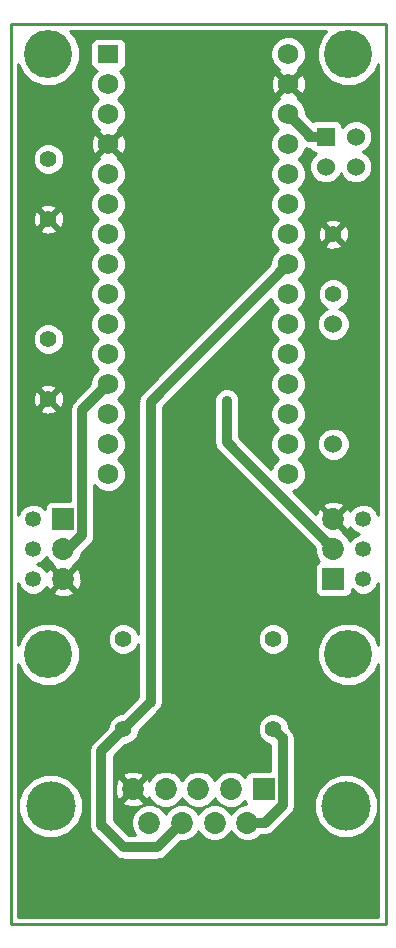
<source format=gbl>
G04 (created by PCBNEW-RS274X (2010-03-14)-final) date Tue 08 Feb 2011 03:21:09 PM PST*
G01*
G70*
G90*
%MOIN*%
G04 Gerber Fmt 3.4, Leading zero omitted, Abs format*
%FSLAX34Y34*%
G04 APERTURE LIST*
%ADD10C,0.006000*%
%ADD11C,0.009000*%
%ADD12C,0.073000*%
%ADD13R,0.073000X0.073000*%
%ADD14C,0.053000*%
%ADD15C,0.165000*%
%ADD16C,0.055000*%
%ADD17R,0.060000X0.060000*%
%ADD18C,0.060000*%
%ADD19R,0.069000X0.060000*%
%ADD20C,0.069000*%
%ADD21C,0.160000*%
%ADD22C,0.035000*%
%ADD23C,0.032000*%
%ADD24C,0.010000*%
G04 APERTURE END LIST*
G54D10*
G54D11*
X59250Y-25000D02*
X46750Y-25000D01*
X59250Y-55000D02*
X59250Y-25000D01*
X46750Y-55000D02*
X59250Y-55000D01*
X46750Y-25000D02*
X46750Y-55000D01*
G54D12*
X48500Y-42500D03*
X48500Y-43500D03*
G54D13*
X48500Y-41500D03*
G54D14*
X47500Y-41500D03*
X47500Y-42500D03*
X47500Y-43500D03*
G54D12*
X57500Y-42500D03*
X57500Y-41500D03*
G54D13*
X57500Y-43500D03*
G54D14*
X58500Y-43500D03*
X58500Y-42500D03*
X58500Y-41500D03*
G54D12*
X53000Y-50500D03*
X51910Y-50500D03*
X50820Y-50500D03*
X54090Y-50500D03*
G54D13*
X55180Y-50500D03*
G54D12*
X54635Y-51620D03*
X53545Y-51620D03*
X52455Y-51620D03*
X51365Y-51620D03*
G54D15*
X48080Y-51060D03*
X57920Y-51060D03*
G54D16*
X57500Y-34000D03*
X57500Y-32000D03*
G54D17*
X57250Y-28750D03*
G54D18*
X58250Y-28750D03*
X57250Y-29750D03*
X58250Y-29750D03*
G54D16*
X48000Y-29500D03*
X48000Y-31500D03*
X48000Y-35500D03*
X48000Y-37500D03*
X55500Y-45500D03*
X55500Y-48500D03*
X50500Y-45500D03*
X50500Y-48500D03*
G54D18*
X57500Y-35000D03*
X57500Y-39000D03*
G54D19*
X50000Y-26000D03*
G54D20*
X50000Y-27000D03*
X50000Y-28000D03*
X50000Y-29000D03*
X50000Y-30000D03*
X50000Y-31000D03*
X50000Y-32000D03*
X50000Y-33000D03*
X50000Y-34000D03*
X50000Y-35000D03*
X50000Y-36000D03*
X50000Y-37000D03*
X50000Y-38000D03*
X50000Y-39000D03*
X50000Y-40000D03*
X56000Y-40000D03*
X56000Y-39000D03*
X56000Y-38000D03*
X56000Y-37000D03*
X56000Y-36000D03*
X56000Y-35000D03*
X56000Y-34000D03*
X56000Y-33000D03*
X56000Y-32000D03*
X56000Y-31000D03*
X56000Y-30000D03*
X56000Y-29000D03*
X56000Y-28000D03*
X56000Y-27000D03*
X56000Y-26000D03*
G54D21*
X58000Y-46000D03*
X48000Y-46000D03*
X58000Y-26000D03*
X48000Y-26000D03*
G54D22*
X53947Y-37557D03*
G54D23*
X48666Y-42500D02*
X48500Y-42500D01*
X49129Y-42037D02*
X48666Y-42500D01*
X49129Y-37871D02*
X49129Y-42037D01*
X50000Y-37000D02*
X49129Y-37871D01*
X53947Y-38947D02*
X57500Y-42500D01*
X53947Y-37557D02*
X53947Y-38947D01*
X56687Y-28687D02*
X56687Y-28750D01*
X56000Y-28000D02*
X56687Y-28687D01*
X57250Y-28750D02*
X56687Y-28750D01*
X55226Y-51620D02*
X54635Y-51620D01*
X55809Y-51037D02*
X55226Y-51620D01*
X55809Y-48809D02*
X55809Y-51037D01*
X55500Y-48500D02*
X55809Y-48809D01*
X51413Y-47587D02*
X50500Y-48500D01*
X51413Y-37587D02*
X51413Y-47587D01*
X56000Y-33000D02*
X51413Y-37587D01*
X51636Y-52439D02*
X52455Y-51620D01*
X50514Y-52439D02*
X51636Y-52439D01*
X49768Y-51693D02*
X50514Y-52439D01*
X49768Y-49232D02*
X49768Y-51693D01*
X50500Y-48500D02*
X49768Y-49232D01*
G54D24*
X48729Y-25245D02*
X57270Y-25245D01*
X48809Y-25325D02*
X57190Y-25325D01*
X48889Y-25405D02*
X57110Y-25405D01*
X48923Y-25485D02*
X49524Y-25485D01*
X50477Y-25485D02*
X55691Y-25485D01*
X56309Y-25485D02*
X57077Y-25485D01*
X48956Y-25565D02*
X49442Y-25565D01*
X50559Y-25565D02*
X55595Y-25565D01*
X56405Y-25565D02*
X57044Y-25565D01*
X48990Y-25645D02*
X49409Y-25645D01*
X50592Y-25645D02*
X55515Y-25645D01*
X56485Y-25645D02*
X57011Y-25645D01*
X49023Y-25725D02*
X49406Y-25725D01*
X50594Y-25725D02*
X55472Y-25725D01*
X56530Y-25725D02*
X56978Y-25725D01*
X49050Y-25805D02*
X49406Y-25805D01*
X50594Y-25805D02*
X55438Y-25805D01*
X56563Y-25805D02*
X56950Y-25805D01*
X49050Y-25885D02*
X49406Y-25885D01*
X50594Y-25885D02*
X55406Y-25885D01*
X56594Y-25885D02*
X56950Y-25885D01*
X49050Y-25965D02*
X49406Y-25965D01*
X50594Y-25965D02*
X55406Y-25965D01*
X56594Y-25965D02*
X56950Y-25965D01*
X49050Y-26045D02*
X49406Y-26045D01*
X50594Y-26045D02*
X55406Y-26045D01*
X56594Y-26045D02*
X56950Y-26045D01*
X49050Y-26125D02*
X49406Y-26125D01*
X50594Y-26125D02*
X55408Y-26125D01*
X56591Y-26125D02*
X56950Y-26125D01*
X49050Y-26205D02*
X49406Y-26205D01*
X50594Y-26205D02*
X55441Y-26205D01*
X56557Y-26205D02*
X56950Y-26205D01*
X49018Y-26285D02*
X49406Y-26285D01*
X50594Y-26285D02*
X55474Y-26285D01*
X56524Y-26285D02*
X56981Y-26285D01*
X46995Y-26365D02*
X47015Y-26365D01*
X48985Y-26365D02*
X49412Y-26365D01*
X50587Y-26365D02*
X55525Y-26365D01*
X56475Y-26365D02*
X57015Y-26365D01*
X58985Y-26365D02*
X59005Y-26365D01*
X46995Y-26445D02*
X47048Y-26445D01*
X48952Y-26445D02*
X49448Y-26445D01*
X50552Y-26445D02*
X55605Y-26445D01*
X56395Y-26445D02*
X57048Y-26445D01*
X58952Y-26445D02*
X59005Y-26445D01*
X46995Y-26525D02*
X47081Y-26525D01*
X48919Y-26525D02*
X49547Y-26525D01*
X50452Y-26525D02*
X55681Y-26525D01*
X56319Y-26525D02*
X57081Y-26525D01*
X58919Y-26525D02*
X59005Y-26525D01*
X46995Y-26605D02*
X47120Y-26605D01*
X48879Y-26605D02*
X49555Y-26605D01*
X50445Y-26605D02*
X55676Y-26605D01*
X56324Y-26605D02*
X57120Y-26605D01*
X58879Y-26605D02*
X59005Y-26605D01*
X46995Y-26685D02*
X47200Y-26685D01*
X48799Y-26685D02*
X49488Y-26685D01*
X50513Y-26685D02*
X55515Y-26685D01*
X55614Y-26685D02*
X55756Y-26685D01*
X56244Y-26685D02*
X56386Y-26685D01*
X56486Y-26685D02*
X57200Y-26685D01*
X58799Y-26685D02*
X59005Y-26685D01*
X46995Y-26765D02*
X47280Y-26765D01*
X48719Y-26765D02*
X49455Y-26765D01*
X50546Y-26765D02*
X55466Y-26765D01*
X55694Y-26765D02*
X55836Y-26765D01*
X56164Y-26765D02*
X56306Y-26765D01*
X56539Y-26765D02*
X57280Y-26765D01*
X58719Y-26765D02*
X59005Y-26765D01*
X46995Y-26845D02*
X47360Y-26845D01*
X48639Y-26845D02*
X49422Y-26845D01*
X50579Y-26845D02*
X55436Y-26845D01*
X55774Y-26845D02*
X55916Y-26845D01*
X56084Y-26845D02*
X56226Y-26845D01*
X56573Y-26845D02*
X57360Y-26845D01*
X58639Y-26845D02*
X59005Y-26845D01*
X46995Y-26925D02*
X47489Y-26925D01*
X48509Y-26925D02*
X49406Y-26925D01*
X50594Y-26925D02*
X55412Y-26925D01*
X55854Y-26925D02*
X55996Y-26925D01*
X56004Y-26925D02*
X56146Y-26925D01*
X56581Y-26925D02*
X57489Y-26925D01*
X58509Y-26925D02*
X59005Y-26925D01*
X46995Y-27005D02*
X47681Y-27005D01*
X48316Y-27005D02*
X49406Y-27005D01*
X50594Y-27005D02*
X55416Y-27005D01*
X55924Y-27005D02*
X56076Y-27005D01*
X56585Y-27005D02*
X57681Y-27005D01*
X58316Y-27005D02*
X59005Y-27005D01*
X46995Y-27085D02*
X49406Y-27085D01*
X50594Y-27085D02*
X55419Y-27085D01*
X55844Y-27085D02*
X55986Y-27085D01*
X56014Y-27085D02*
X56156Y-27085D01*
X56588Y-27085D02*
X59005Y-27085D01*
X46995Y-27165D02*
X49425Y-27165D01*
X50574Y-27165D02*
X55431Y-27165D01*
X55764Y-27165D02*
X55906Y-27165D01*
X56094Y-27165D02*
X56236Y-27165D01*
X56560Y-27165D02*
X59005Y-27165D01*
X46995Y-27245D02*
X49458Y-27245D01*
X50541Y-27245D02*
X55465Y-27245D01*
X55684Y-27245D02*
X55826Y-27245D01*
X56174Y-27245D02*
X56316Y-27245D01*
X56531Y-27245D02*
X59005Y-27245D01*
X46995Y-27325D02*
X49491Y-27325D01*
X50507Y-27325D02*
X55545Y-27325D01*
X55604Y-27325D02*
X55746Y-27325D01*
X56254Y-27325D02*
X56396Y-27325D01*
X56454Y-27325D02*
X59005Y-27325D01*
X46995Y-27405D02*
X49565Y-27405D01*
X50434Y-27405D02*
X55666Y-27405D01*
X56334Y-27405D02*
X59005Y-27405D01*
X46995Y-27485D02*
X49645Y-27485D01*
X50353Y-27485D02*
X55684Y-27485D01*
X56314Y-27485D02*
X59005Y-27485D01*
X46995Y-27565D02*
X49595Y-27565D01*
X50405Y-27565D02*
X55595Y-27565D01*
X56405Y-27565D02*
X59005Y-27565D01*
X46995Y-27645D02*
X49515Y-27645D01*
X50485Y-27645D02*
X55515Y-27645D01*
X56485Y-27645D02*
X59005Y-27645D01*
X46995Y-27725D02*
X49472Y-27725D01*
X50530Y-27725D02*
X55472Y-27725D01*
X56530Y-27725D02*
X59005Y-27725D01*
X46995Y-27805D02*
X49438Y-27805D01*
X50563Y-27805D02*
X55438Y-27805D01*
X56563Y-27805D02*
X59005Y-27805D01*
X46995Y-27885D02*
X49406Y-27885D01*
X50594Y-27885D02*
X55406Y-27885D01*
X56594Y-27885D02*
X59005Y-27885D01*
X46995Y-27965D02*
X49406Y-27965D01*
X50594Y-27965D02*
X55406Y-27965D01*
X56594Y-27965D02*
X59005Y-27965D01*
X46995Y-28045D02*
X49406Y-28045D01*
X50594Y-28045D02*
X55406Y-28045D01*
X56625Y-28045D02*
X59005Y-28045D01*
X46995Y-28125D02*
X49408Y-28125D01*
X50591Y-28125D02*
X55408Y-28125D01*
X56705Y-28125D02*
X59005Y-28125D01*
X46995Y-28205D02*
X49441Y-28205D01*
X50557Y-28205D02*
X55441Y-28205D01*
X56785Y-28205D02*
X56892Y-28205D01*
X57610Y-28205D02*
X58132Y-28205D01*
X58369Y-28205D02*
X59005Y-28205D01*
X46995Y-28285D02*
X49474Y-28285D01*
X50524Y-28285D02*
X55474Y-28285D01*
X57737Y-28285D02*
X57939Y-28285D01*
X58561Y-28285D02*
X59005Y-28285D01*
X46995Y-28365D02*
X49525Y-28365D01*
X50475Y-28365D02*
X55525Y-28365D01*
X57785Y-28365D02*
X57859Y-28365D01*
X58641Y-28365D02*
X59005Y-28365D01*
X46995Y-28445D02*
X49605Y-28445D01*
X50395Y-28445D02*
X55605Y-28445D01*
X58718Y-28445D02*
X59005Y-28445D01*
X46995Y-28525D02*
X49681Y-28525D01*
X50319Y-28525D02*
X55635Y-28525D01*
X58751Y-28525D02*
X59005Y-28525D01*
X46995Y-28605D02*
X49676Y-28605D01*
X50324Y-28605D02*
X55555Y-28605D01*
X58785Y-28605D02*
X59005Y-28605D01*
X46995Y-28685D02*
X49515Y-28685D01*
X49614Y-28685D02*
X49756Y-28685D01*
X50244Y-28685D02*
X50386Y-28685D01*
X50486Y-28685D02*
X55488Y-28685D01*
X58799Y-28685D02*
X59005Y-28685D01*
X46995Y-28765D02*
X49466Y-28765D01*
X49694Y-28765D02*
X49836Y-28765D01*
X50164Y-28765D02*
X50306Y-28765D01*
X50539Y-28765D02*
X55455Y-28765D01*
X58799Y-28765D02*
X59005Y-28765D01*
X46995Y-28845D02*
X49436Y-28845D01*
X49774Y-28845D02*
X49916Y-28845D01*
X50084Y-28845D02*
X50226Y-28845D01*
X50573Y-28845D02*
X55422Y-28845D01*
X58799Y-28845D02*
X59005Y-28845D01*
X46995Y-28925D02*
X49412Y-28925D01*
X49854Y-28925D02*
X49996Y-28925D01*
X50004Y-28925D02*
X50146Y-28925D01*
X50581Y-28925D02*
X55406Y-28925D01*
X58771Y-28925D02*
X59005Y-28925D01*
X46995Y-29005D02*
X47824Y-29005D01*
X48178Y-29005D02*
X49416Y-29005D01*
X49924Y-29005D02*
X50076Y-29005D01*
X50585Y-29005D02*
X55406Y-29005D01*
X58738Y-29005D02*
X59005Y-29005D01*
X46995Y-29085D02*
X47673Y-29085D01*
X48328Y-29085D02*
X49419Y-29085D01*
X49844Y-29085D02*
X49986Y-29085D01*
X50014Y-29085D02*
X50156Y-29085D01*
X50588Y-29085D02*
X55406Y-29085D01*
X58691Y-29085D02*
X59005Y-29085D01*
X46995Y-29165D02*
X47593Y-29165D01*
X48408Y-29165D02*
X49431Y-29165D01*
X49764Y-29165D02*
X49906Y-29165D01*
X50094Y-29165D02*
X50236Y-29165D01*
X50560Y-29165D02*
X55425Y-29165D01*
X56573Y-29165D02*
X56728Y-29165D01*
X58611Y-29165D02*
X59005Y-29165D01*
X46995Y-29245D02*
X47538Y-29245D01*
X48463Y-29245D02*
X49465Y-29245D01*
X49684Y-29245D02*
X49826Y-29245D01*
X50174Y-29245D02*
X50316Y-29245D01*
X50531Y-29245D02*
X55458Y-29245D01*
X56540Y-29245D02*
X56793Y-29245D01*
X58488Y-29245D02*
X59005Y-29245D01*
X46995Y-29325D02*
X47505Y-29325D01*
X48496Y-29325D02*
X49545Y-29325D01*
X49604Y-29325D02*
X49746Y-29325D01*
X50254Y-29325D02*
X50396Y-29325D01*
X50454Y-29325D02*
X55491Y-29325D01*
X56507Y-29325D02*
X56899Y-29325D01*
X58601Y-29325D02*
X59005Y-29325D01*
X46995Y-29405D02*
X47475Y-29405D01*
X48525Y-29405D02*
X49666Y-29405D01*
X50334Y-29405D02*
X55565Y-29405D01*
X56434Y-29405D02*
X56819Y-29405D01*
X58681Y-29405D02*
X59005Y-29405D01*
X46995Y-29485D02*
X47475Y-29485D01*
X48525Y-29485D02*
X49684Y-29485D01*
X50314Y-29485D02*
X55645Y-29485D01*
X56354Y-29485D02*
X56766Y-29485D01*
X58735Y-29485D02*
X59005Y-29485D01*
X46995Y-29565D02*
X47475Y-29565D01*
X48525Y-29565D02*
X49595Y-29565D01*
X50405Y-29565D02*
X55595Y-29565D01*
X56406Y-29565D02*
X56733Y-29565D01*
X58768Y-29565D02*
X59005Y-29565D01*
X46995Y-29645D02*
X47491Y-29645D01*
X48508Y-29645D02*
X49515Y-29645D01*
X50485Y-29645D02*
X55515Y-29645D01*
X56486Y-29645D02*
X56701Y-29645D01*
X58799Y-29645D02*
X59005Y-29645D01*
X46995Y-29725D02*
X47525Y-29725D01*
X48475Y-29725D02*
X49472Y-29725D01*
X50530Y-29725D02*
X55472Y-29725D01*
X56530Y-29725D02*
X56701Y-29725D01*
X58799Y-29725D02*
X59005Y-29725D01*
X46995Y-29805D02*
X47562Y-29805D01*
X48437Y-29805D02*
X49438Y-29805D01*
X50563Y-29805D02*
X55438Y-29805D01*
X56563Y-29805D02*
X56701Y-29805D01*
X58799Y-29805D02*
X59005Y-29805D01*
X46995Y-29885D02*
X47642Y-29885D01*
X48357Y-29885D02*
X49406Y-29885D01*
X50594Y-29885D02*
X55406Y-29885D01*
X56594Y-29885D02*
X56711Y-29885D01*
X58788Y-29885D02*
X59005Y-29885D01*
X46995Y-29965D02*
X47750Y-29965D01*
X48248Y-29965D02*
X49406Y-29965D01*
X50594Y-29965D02*
X55406Y-29965D01*
X56594Y-29965D02*
X56745Y-29965D01*
X58754Y-29965D02*
X59005Y-29965D01*
X46995Y-30045D02*
X49406Y-30045D01*
X50594Y-30045D02*
X55406Y-30045D01*
X56594Y-30045D02*
X56778Y-30045D01*
X57721Y-30045D02*
X57778Y-30045D01*
X58721Y-30045D02*
X59005Y-30045D01*
X46995Y-30125D02*
X49408Y-30125D01*
X50591Y-30125D02*
X55408Y-30125D01*
X56591Y-30125D02*
X56849Y-30125D01*
X57651Y-30125D02*
X57849Y-30125D01*
X58651Y-30125D02*
X59005Y-30125D01*
X46995Y-30205D02*
X49441Y-30205D01*
X50557Y-30205D02*
X55441Y-30205D01*
X56557Y-30205D02*
X56929Y-30205D01*
X57571Y-30205D02*
X57929Y-30205D01*
X58571Y-30205D02*
X59005Y-30205D01*
X46995Y-30285D02*
X49474Y-30285D01*
X50524Y-30285D02*
X55474Y-30285D01*
X56524Y-30285D02*
X57107Y-30285D01*
X57392Y-30285D02*
X58107Y-30285D01*
X58392Y-30285D02*
X59005Y-30285D01*
X46995Y-30365D02*
X49524Y-30365D01*
X50474Y-30365D02*
X55525Y-30365D01*
X56475Y-30365D02*
X59005Y-30365D01*
X46995Y-30445D02*
X49604Y-30445D01*
X50394Y-30445D02*
X55605Y-30445D01*
X56395Y-30445D02*
X59005Y-30445D01*
X46995Y-30525D02*
X49635Y-30525D01*
X50365Y-30525D02*
X55635Y-30525D01*
X56365Y-30525D02*
X59005Y-30525D01*
X46995Y-30605D02*
X49555Y-30605D01*
X50445Y-30605D02*
X55555Y-30605D01*
X56445Y-30605D02*
X59005Y-30605D01*
X46995Y-30685D02*
X49488Y-30685D01*
X50513Y-30685D02*
X55488Y-30685D01*
X56513Y-30685D02*
X59005Y-30685D01*
X46995Y-30765D02*
X49455Y-30765D01*
X50546Y-30765D02*
X55455Y-30765D01*
X56546Y-30765D02*
X59005Y-30765D01*
X46995Y-30845D02*
X49422Y-30845D01*
X50579Y-30845D02*
X55422Y-30845D01*
X56579Y-30845D02*
X59005Y-30845D01*
X46995Y-30925D02*
X49406Y-30925D01*
X50594Y-30925D02*
X55406Y-30925D01*
X56594Y-30925D02*
X59005Y-30925D01*
X46995Y-31005D02*
X47839Y-31005D01*
X48144Y-31005D02*
X49406Y-31005D01*
X50594Y-31005D02*
X55406Y-31005D01*
X56594Y-31005D02*
X59005Y-31005D01*
X46995Y-31085D02*
X47724Y-31085D01*
X48277Y-31085D02*
X49406Y-31085D01*
X50594Y-31085D02*
X55406Y-31085D01*
X56594Y-31085D02*
X59005Y-31085D01*
X46995Y-31165D02*
X47736Y-31165D01*
X48264Y-31165D02*
X49425Y-31165D01*
X50574Y-31165D02*
X55425Y-31165D01*
X56574Y-31165D02*
X59005Y-31165D01*
X46995Y-31245D02*
X47544Y-31245D01*
X47674Y-31245D02*
X47816Y-31245D01*
X48184Y-31245D02*
X48326Y-31245D01*
X48457Y-31245D02*
X49458Y-31245D01*
X50541Y-31245D02*
X55458Y-31245D01*
X56541Y-31245D02*
X59005Y-31245D01*
X46995Y-31325D02*
X47517Y-31325D01*
X47754Y-31325D02*
X47896Y-31325D01*
X48104Y-31325D02*
X48246Y-31325D01*
X48490Y-31325D02*
X49491Y-31325D01*
X50507Y-31325D02*
X55491Y-31325D01*
X56507Y-31325D02*
X59005Y-31325D01*
X46995Y-31405D02*
X47489Y-31405D01*
X47834Y-31405D02*
X47976Y-31405D01*
X48024Y-31405D02*
X48166Y-31405D01*
X48510Y-31405D02*
X49565Y-31405D01*
X50434Y-31405D02*
X55565Y-31405D01*
X56435Y-31405D02*
X59005Y-31405D01*
X46995Y-31485D02*
X47484Y-31485D01*
X47914Y-31485D02*
X48086Y-31485D01*
X48515Y-31485D02*
X49645Y-31485D01*
X50354Y-31485D02*
X55645Y-31485D01*
X56355Y-31485D02*
X57500Y-31485D01*
X57586Y-31485D02*
X59005Y-31485D01*
X46995Y-31565D02*
X47488Y-31565D01*
X47864Y-31565D02*
X48136Y-31565D01*
X48519Y-31565D02*
X49594Y-31565D01*
X50406Y-31565D02*
X55595Y-31565D01*
X56405Y-31565D02*
X57229Y-31565D01*
X57772Y-31565D02*
X59005Y-31565D01*
X46995Y-31645D02*
X47498Y-31645D01*
X47784Y-31645D02*
X47926Y-31645D01*
X48074Y-31645D02*
X48216Y-31645D01*
X48494Y-31645D02*
X49515Y-31645D01*
X50486Y-31645D02*
X55515Y-31645D01*
X56485Y-31645D02*
X57216Y-31645D01*
X57784Y-31645D02*
X59005Y-31645D01*
X46995Y-31725D02*
X47530Y-31725D01*
X47704Y-31725D02*
X47846Y-31725D01*
X48154Y-31725D02*
X48296Y-31725D01*
X48466Y-31725D02*
X49472Y-31725D01*
X50530Y-31725D02*
X55472Y-31725D01*
X56530Y-31725D02*
X57080Y-31725D01*
X57154Y-31725D02*
X57296Y-31725D01*
X57704Y-31725D02*
X57846Y-31725D01*
X57921Y-31725D02*
X59005Y-31725D01*
X46995Y-31805D02*
X47766Y-31805D01*
X48234Y-31805D02*
X49438Y-31805D01*
X50563Y-31805D02*
X55438Y-31805D01*
X56563Y-31805D02*
X57024Y-31805D01*
X57234Y-31805D02*
X57376Y-31805D01*
X57624Y-31805D02*
X57766Y-31805D01*
X57982Y-31805D02*
X59005Y-31805D01*
X46995Y-31885D02*
X47716Y-31885D01*
X48283Y-31885D02*
X49406Y-31885D01*
X50594Y-31885D02*
X55406Y-31885D01*
X56594Y-31885D02*
X56996Y-31885D01*
X57314Y-31885D02*
X57456Y-31885D01*
X57544Y-31885D02*
X57686Y-31885D01*
X58009Y-31885D02*
X59005Y-31885D01*
X46995Y-31965D02*
X47770Y-31965D01*
X48235Y-31965D02*
X49406Y-31965D01*
X50594Y-31965D02*
X55406Y-31965D01*
X56594Y-31965D02*
X56983Y-31965D01*
X57394Y-31965D02*
X57606Y-31965D01*
X58014Y-31965D02*
X59005Y-31965D01*
X46995Y-32045D02*
X49406Y-32045D01*
X50594Y-32045D02*
X55406Y-32045D01*
X56594Y-32045D02*
X56987Y-32045D01*
X57384Y-32045D02*
X57616Y-32045D01*
X58018Y-32045D02*
X59005Y-32045D01*
X46995Y-32125D02*
X49408Y-32125D01*
X50591Y-32125D02*
X55408Y-32125D01*
X56591Y-32125D02*
X56991Y-32125D01*
X57304Y-32125D02*
X57446Y-32125D01*
X57554Y-32125D02*
X57696Y-32125D01*
X58001Y-32125D02*
X59005Y-32125D01*
X46995Y-32205D02*
X49441Y-32205D01*
X50557Y-32205D02*
X55441Y-32205D01*
X56557Y-32205D02*
X57022Y-32205D01*
X57224Y-32205D02*
X57366Y-32205D01*
X57634Y-32205D02*
X57776Y-32205D01*
X57973Y-32205D02*
X59005Y-32205D01*
X46995Y-32285D02*
X49474Y-32285D01*
X50524Y-32285D02*
X55474Y-32285D01*
X56524Y-32285D02*
X57119Y-32285D01*
X57144Y-32285D02*
X57286Y-32285D01*
X57714Y-32285D02*
X57856Y-32285D01*
X57880Y-32285D02*
X59005Y-32285D01*
X46995Y-32365D02*
X49525Y-32365D01*
X50474Y-32365D02*
X55525Y-32365D01*
X56474Y-32365D02*
X57211Y-32365D01*
X57788Y-32365D02*
X59005Y-32365D01*
X46995Y-32445D02*
X49605Y-32445D01*
X50393Y-32445D02*
X55605Y-32445D01*
X56394Y-32445D02*
X57231Y-32445D01*
X57768Y-32445D02*
X59005Y-32445D01*
X46995Y-32525D02*
X49635Y-32525D01*
X50365Y-32525D02*
X55635Y-32525D01*
X56366Y-32525D02*
X59005Y-32525D01*
X46995Y-32605D02*
X49555Y-32605D01*
X50445Y-32605D02*
X55555Y-32605D01*
X56446Y-32605D02*
X59005Y-32605D01*
X46995Y-32685D02*
X49488Y-32685D01*
X50513Y-32685D02*
X55488Y-32685D01*
X56513Y-32685D02*
X59005Y-32685D01*
X46995Y-32765D02*
X49455Y-32765D01*
X50546Y-32765D02*
X55455Y-32765D01*
X56546Y-32765D02*
X59005Y-32765D01*
X46995Y-32845D02*
X49422Y-32845D01*
X50579Y-32845D02*
X55422Y-32845D01*
X56579Y-32845D02*
X59005Y-32845D01*
X46995Y-32925D02*
X49406Y-32925D01*
X50594Y-32925D02*
X55406Y-32925D01*
X56594Y-32925D02*
X59005Y-32925D01*
X46995Y-33005D02*
X49406Y-33005D01*
X50594Y-33005D02*
X55406Y-33005D01*
X56594Y-33005D02*
X59005Y-33005D01*
X46995Y-33085D02*
X49406Y-33085D01*
X50594Y-33085D02*
X55335Y-33085D01*
X56594Y-33085D02*
X59005Y-33085D01*
X46995Y-33165D02*
X49425Y-33165D01*
X50574Y-33165D02*
X55255Y-33165D01*
X56574Y-33165D02*
X59005Y-33165D01*
X46995Y-33245D02*
X49458Y-33245D01*
X50541Y-33245D02*
X55175Y-33245D01*
X56541Y-33245D02*
X59005Y-33245D01*
X46995Y-33325D02*
X49491Y-33325D01*
X50507Y-33325D02*
X55095Y-33325D01*
X56507Y-33325D02*
X59005Y-33325D01*
X46995Y-33405D02*
X49564Y-33405D01*
X50434Y-33405D02*
X55015Y-33405D01*
X56434Y-33405D02*
X59005Y-33405D01*
X46995Y-33485D02*
X49644Y-33485D01*
X50354Y-33485D02*
X54935Y-33485D01*
X56354Y-33485D02*
X57372Y-33485D01*
X57630Y-33485D02*
X59005Y-33485D01*
X46995Y-33565D02*
X49595Y-33565D01*
X50405Y-33565D02*
X54855Y-33565D01*
X56406Y-33565D02*
X57193Y-33565D01*
X57808Y-33565D02*
X59005Y-33565D01*
X46995Y-33645D02*
X49515Y-33645D01*
X50485Y-33645D02*
X54775Y-33645D01*
X56486Y-33645D02*
X57112Y-33645D01*
X57888Y-33645D02*
X59005Y-33645D01*
X46995Y-33725D02*
X49472Y-33725D01*
X50530Y-33725D02*
X54695Y-33725D01*
X56530Y-33725D02*
X57046Y-33725D01*
X57955Y-33725D02*
X59005Y-33725D01*
X46995Y-33805D02*
X49438Y-33805D01*
X50563Y-33805D02*
X54615Y-33805D01*
X56563Y-33805D02*
X57013Y-33805D01*
X57988Y-33805D02*
X59005Y-33805D01*
X46995Y-33885D02*
X49406Y-33885D01*
X50594Y-33885D02*
X54535Y-33885D01*
X56594Y-33885D02*
X56980Y-33885D01*
X58021Y-33885D02*
X59005Y-33885D01*
X46995Y-33965D02*
X49406Y-33965D01*
X50594Y-33965D02*
X54455Y-33965D01*
X56594Y-33965D02*
X56975Y-33965D01*
X58025Y-33965D02*
X59005Y-33965D01*
X46995Y-34045D02*
X49406Y-34045D01*
X50594Y-34045D02*
X54375Y-34045D01*
X56594Y-34045D02*
X56975Y-34045D01*
X58025Y-34045D02*
X59005Y-34045D01*
X46995Y-34125D02*
X49408Y-34125D01*
X50591Y-34125D02*
X54295Y-34125D01*
X56591Y-34125D02*
X56983Y-34125D01*
X58016Y-34125D02*
X59005Y-34125D01*
X46995Y-34205D02*
X49441Y-34205D01*
X50557Y-34205D02*
X54215Y-34205D01*
X55374Y-34205D02*
X55441Y-34205D01*
X56557Y-34205D02*
X57016Y-34205D01*
X57983Y-34205D02*
X59005Y-34205D01*
X46995Y-34285D02*
X49474Y-34285D01*
X50524Y-34285D02*
X54135Y-34285D01*
X55294Y-34285D02*
X55474Y-34285D01*
X56524Y-34285D02*
X57050Y-34285D01*
X57950Y-34285D02*
X59005Y-34285D01*
X46995Y-34365D02*
X49524Y-34365D01*
X50474Y-34365D02*
X54055Y-34365D01*
X55214Y-34365D02*
X55525Y-34365D01*
X56474Y-34365D02*
X57122Y-34365D01*
X57877Y-34365D02*
X59005Y-34365D01*
X46995Y-34445D02*
X49604Y-34445D01*
X50394Y-34445D02*
X53975Y-34445D01*
X55134Y-34445D02*
X55605Y-34445D01*
X56394Y-34445D02*
X57202Y-34445D01*
X57796Y-34445D02*
X59005Y-34445D01*
X46995Y-34525D02*
X49635Y-34525D01*
X50365Y-34525D02*
X53895Y-34525D01*
X55054Y-34525D02*
X55635Y-34525D01*
X56366Y-34525D02*
X57213Y-34525D01*
X57787Y-34525D02*
X59005Y-34525D01*
X46995Y-34605D02*
X49555Y-34605D01*
X50445Y-34605D02*
X53815Y-34605D01*
X54974Y-34605D02*
X55555Y-34605D01*
X56446Y-34605D02*
X57119Y-34605D01*
X57881Y-34605D02*
X59005Y-34605D01*
X46995Y-34685D02*
X49488Y-34685D01*
X50513Y-34685D02*
X53735Y-34685D01*
X54894Y-34685D02*
X55488Y-34685D01*
X56513Y-34685D02*
X57039Y-34685D01*
X57961Y-34685D02*
X59005Y-34685D01*
X46995Y-34765D02*
X49455Y-34765D01*
X50546Y-34765D02*
X53655Y-34765D01*
X54814Y-34765D02*
X55455Y-34765D01*
X56546Y-34765D02*
X57004Y-34765D01*
X57997Y-34765D02*
X59005Y-34765D01*
X46995Y-34845D02*
X49422Y-34845D01*
X50579Y-34845D02*
X53575Y-34845D01*
X54734Y-34845D02*
X55422Y-34845D01*
X56579Y-34845D02*
X56971Y-34845D01*
X58030Y-34845D02*
X59005Y-34845D01*
X46995Y-34925D02*
X49406Y-34925D01*
X50594Y-34925D02*
X53495Y-34925D01*
X54654Y-34925D02*
X55406Y-34925D01*
X56594Y-34925D02*
X56951Y-34925D01*
X58049Y-34925D02*
X59005Y-34925D01*
X46995Y-35005D02*
X47823Y-35005D01*
X48178Y-35005D02*
X49406Y-35005D01*
X50594Y-35005D02*
X53415Y-35005D01*
X54574Y-35005D02*
X55406Y-35005D01*
X56594Y-35005D02*
X56951Y-35005D01*
X58049Y-35005D02*
X59005Y-35005D01*
X46995Y-35085D02*
X47673Y-35085D01*
X48328Y-35085D02*
X49406Y-35085D01*
X50594Y-35085D02*
X53335Y-35085D01*
X54494Y-35085D02*
X55406Y-35085D01*
X56594Y-35085D02*
X56951Y-35085D01*
X58049Y-35085D02*
X59005Y-35085D01*
X46995Y-35165D02*
X47592Y-35165D01*
X48408Y-35165D02*
X49425Y-35165D01*
X50574Y-35165D02*
X53255Y-35165D01*
X54414Y-35165D02*
X55425Y-35165D01*
X56574Y-35165D02*
X56974Y-35165D01*
X58025Y-35165D02*
X59005Y-35165D01*
X46995Y-35245D02*
X47538Y-35245D01*
X48463Y-35245D02*
X49458Y-35245D01*
X50541Y-35245D02*
X53175Y-35245D01*
X54334Y-35245D02*
X55458Y-35245D01*
X56541Y-35245D02*
X57007Y-35245D01*
X57992Y-35245D02*
X59005Y-35245D01*
X46995Y-35325D02*
X47505Y-35325D01*
X48496Y-35325D02*
X49491Y-35325D01*
X50507Y-35325D02*
X53095Y-35325D01*
X54254Y-35325D02*
X55491Y-35325D01*
X56507Y-35325D02*
X57049Y-35325D01*
X57951Y-35325D02*
X59005Y-35325D01*
X46995Y-35405D02*
X47475Y-35405D01*
X48525Y-35405D02*
X49564Y-35405D01*
X50434Y-35405D02*
X53015Y-35405D01*
X54174Y-35405D02*
X55565Y-35405D01*
X56435Y-35405D02*
X57129Y-35405D01*
X57871Y-35405D02*
X59005Y-35405D01*
X46995Y-35485D02*
X47475Y-35485D01*
X48525Y-35485D02*
X49644Y-35485D01*
X50354Y-35485D02*
X52935Y-35485D01*
X54094Y-35485D02*
X55645Y-35485D01*
X56355Y-35485D02*
X57237Y-35485D01*
X57762Y-35485D02*
X59005Y-35485D01*
X46995Y-35565D02*
X47475Y-35565D01*
X48525Y-35565D02*
X49595Y-35565D01*
X50405Y-35565D02*
X52855Y-35565D01*
X54014Y-35565D02*
X55595Y-35565D01*
X56405Y-35565D02*
X59005Y-35565D01*
X46995Y-35645D02*
X47491Y-35645D01*
X48508Y-35645D02*
X49515Y-35645D01*
X50485Y-35645D02*
X52775Y-35645D01*
X53934Y-35645D02*
X55515Y-35645D01*
X56485Y-35645D02*
X59005Y-35645D01*
X46995Y-35725D02*
X47525Y-35725D01*
X48475Y-35725D02*
X49472Y-35725D01*
X50530Y-35725D02*
X52695Y-35725D01*
X53854Y-35725D02*
X55472Y-35725D01*
X56530Y-35725D02*
X59005Y-35725D01*
X46995Y-35805D02*
X47562Y-35805D01*
X48437Y-35805D02*
X49438Y-35805D01*
X50563Y-35805D02*
X52615Y-35805D01*
X53774Y-35805D02*
X55438Y-35805D01*
X56563Y-35805D02*
X59005Y-35805D01*
X46995Y-35885D02*
X47642Y-35885D01*
X48357Y-35885D02*
X49406Y-35885D01*
X50594Y-35885D02*
X52535Y-35885D01*
X53694Y-35885D02*
X55406Y-35885D01*
X56594Y-35885D02*
X59005Y-35885D01*
X46995Y-35965D02*
X47750Y-35965D01*
X48248Y-35965D02*
X49406Y-35965D01*
X50594Y-35965D02*
X52455Y-35965D01*
X53614Y-35965D02*
X55406Y-35965D01*
X56594Y-35965D02*
X59005Y-35965D01*
X46995Y-36045D02*
X49406Y-36045D01*
X50594Y-36045D02*
X52375Y-36045D01*
X53534Y-36045D02*
X55406Y-36045D01*
X56594Y-36045D02*
X59005Y-36045D01*
X46995Y-36125D02*
X49408Y-36125D01*
X50591Y-36125D02*
X52295Y-36125D01*
X53454Y-36125D02*
X55408Y-36125D01*
X56591Y-36125D02*
X59005Y-36125D01*
X46995Y-36205D02*
X49441Y-36205D01*
X50557Y-36205D02*
X52215Y-36205D01*
X53374Y-36205D02*
X55441Y-36205D01*
X56557Y-36205D02*
X59005Y-36205D01*
X46995Y-36285D02*
X49474Y-36285D01*
X50524Y-36285D02*
X52135Y-36285D01*
X53294Y-36285D02*
X55474Y-36285D01*
X56524Y-36285D02*
X59005Y-36285D01*
X46995Y-36365D02*
X49525Y-36365D01*
X50474Y-36365D02*
X52055Y-36365D01*
X53214Y-36365D02*
X55525Y-36365D01*
X56474Y-36365D02*
X59005Y-36365D01*
X46995Y-36445D02*
X49605Y-36445D01*
X50393Y-36445D02*
X51975Y-36445D01*
X53134Y-36445D02*
X55605Y-36445D01*
X56394Y-36445D02*
X59005Y-36445D01*
X46995Y-36525D02*
X49634Y-36525D01*
X50365Y-36525D02*
X51895Y-36525D01*
X53054Y-36525D02*
X55635Y-36525D01*
X56366Y-36525D02*
X59005Y-36525D01*
X46995Y-36605D02*
X49555Y-36605D01*
X50445Y-36605D02*
X51815Y-36605D01*
X52974Y-36605D02*
X55555Y-36605D01*
X56446Y-36605D02*
X59005Y-36605D01*
X46995Y-36685D02*
X49488Y-36685D01*
X50513Y-36685D02*
X51735Y-36685D01*
X52894Y-36685D02*
X55488Y-36685D01*
X56513Y-36685D02*
X59005Y-36685D01*
X46995Y-36765D02*
X49455Y-36765D01*
X50546Y-36765D02*
X51655Y-36765D01*
X52814Y-36765D02*
X55455Y-36765D01*
X56546Y-36765D02*
X59005Y-36765D01*
X46995Y-36845D02*
X49422Y-36845D01*
X50579Y-36845D02*
X51575Y-36845D01*
X52734Y-36845D02*
X55422Y-36845D01*
X56579Y-36845D02*
X59005Y-36845D01*
X46995Y-36925D02*
X49406Y-36925D01*
X50594Y-36925D02*
X51495Y-36925D01*
X52654Y-36925D02*
X55406Y-36925D01*
X56594Y-36925D02*
X59005Y-36925D01*
X46995Y-37005D02*
X47839Y-37005D01*
X48144Y-37005D02*
X49406Y-37005D01*
X50594Y-37005D02*
X51415Y-37005D01*
X52574Y-37005D02*
X55406Y-37005D01*
X56594Y-37005D02*
X59005Y-37005D01*
X46995Y-37085D02*
X47724Y-37085D01*
X48277Y-37085D02*
X49335Y-37085D01*
X50594Y-37085D02*
X51335Y-37085D01*
X52494Y-37085D02*
X55406Y-37085D01*
X56594Y-37085D02*
X59005Y-37085D01*
X46995Y-37165D02*
X47736Y-37165D01*
X48264Y-37165D02*
X49255Y-37165D01*
X50574Y-37165D02*
X51255Y-37165D01*
X52414Y-37165D02*
X53783Y-37165D01*
X54112Y-37165D02*
X55425Y-37165D01*
X56574Y-37165D02*
X59005Y-37165D01*
X46995Y-37245D02*
X47544Y-37245D01*
X47674Y-37245D02*
X47816Y-37245D01*
X48184Y-37245D02*
X48326Y-37245D01*
X48457Y-37245D02*
X49175Y-37245D01*
X50541Y-37245D02*
X51175Y-37245D01*
X52334Y-37245D02*
X53658Y-37245D01*
X54236Y-37245D02*
X55458Y-37245D01*
X56541Y-37245D02*
X59005Y-37245D01*
X46995Y-37325D02*
X47517Y-37325D01*
X47754Y-37325D02*
X47896Y-37325D01*
X48104Y-37325D02*
X48246Y-37325D01*
X48490Y-37325D02*
X49095Y-37325D01*
X50507Y-37325D02*
X51105Y-37325D01*
X52254Y-37325D02*
X53584Y-37325D01*
X54312Y-37325D02*
X55491Y-37325D01*
X56507Y-37325D02*
X59005Y-37325D01*
X46995Y-37405D02*
X47489Y-37405D01*
X47834Y-37405D02*
X47976Y-37405D01*
X48024Y-37405D02*
X48166Y-37405D01*
X48510Y-37405D02*
X49015Y-37405D01*
X50434Y-37405D02*
X51051Y-37405D01*
X52174Y-37405D02*
X53550Y-37405D01*
X54345Y-37405D02*
X55565Y-37405D01*
X56434Y-37405D02*
X59005Y-37405D01*
X46995Y-37485D02*
X47484Y-37485D01*
X47914Y-37485D02*
X48086Y-37485D01*
X48515Y-37485D02*
X48935Y-37485D01*
X50353Y-37485D02*
X51024Y-37485D01*
X52094Y-37485D02*
X53522Y-37485D01*
X54372Y-37485D02*
X55645Y-37485D01*
X56354Y-37485D02*
X59005Y-37485D01*
X46995Y-37565D02*
X47488Y-37565D01*
X47864Y-37565D02*
X48136Y-37565D01*
X48519Y-37565D02*
X48855Y-37565D01*
X50405Y-37565D02*
X51008Y-37565D01*
X52014Y-37565D02*
X53522Y-37565D01*
X54372Y-37565D02*
X55595Y-37565D01*
X56406Y-37565D02*
X59005Y-37565D01*
X46995Y-37645D02*
X47498Y-37645D01*
X47784Y-37645D02*
X47926Y-37645D01*
X48074Y-37645D02*
X48216Y-37645D01*
X48494Y-37645D02*
X48797Y-37645D01*
X50485Y-37645D02*
X51003Y-37645D01*
X51934Y-37645D02*
X53523Y-37645D01*
X54370Y-37645D02*
X55515Y-37645D01*
X56486Y-37645D02*
X59005Y-37645D01*
X46995Y-37725D02*
X47530Y-37725D01*
X47704Y-37725D02*
X47846Y-37725D01*
X48154Y-37725D02*
X48296Y-37725D01*
X48466Y-37725D02*
X48748Y-37725D01*
X50530Y-37725D02*
X51003Y-37725D01*
X51854Y-37725D02*
X53537Y-37725D01*
X54357Y-37725D02*
X55472Y-37725D01*
X56530Y-37725D02*
X59005Y-37725D01*
X46995Y-37805D02*
X47766Y-37805D01*
X48234Y-37805D02*
X48733Y-37805D01*
X50563Y-37805D02*
X51003Y-37805D01*
X51823Y-37805D02*
X53537Y-37805D01*
X54357Y-37805D02*
X55438Y-37805D01*
X56563Y-37805D02*
X59005Y-37805D01*
X46995Y-37885D02*
X47716Y-37885D01*
X48283Y-37885D02*
X48719Y-37885D01*
X50594Y-37885D02*
X51003Y-37885D01*
X51823Y-37885D02*
X53537Y-37885D01*
X54357Y-37885D02*
X55406Y-37885D01*
X56594Y-37885D02*
X59005Y-37885D01*
X46995Y-37965D02*
X47770Y-37965D01*
X48235Y-37965D02*
X48719Y-37965D01*
X50594Y-37965D02*
X51003Y-37965D01*
X51823Y-37965D02*
X53537Y-37965D01*
X54357Y-37965D02*
X55406Y-37965D01*
X56594Y-37965D02*
X59005Y-37965D01*
X46995Y-38045D02*
X48719Y-38045D01*
X50594Y-38045D02*
X51003Y-38045D01*
X51823Y-38045D02*
X53537Y-38045D01*
X54357Y-38045D02*
X55406Y-38045D01*
X56594Y-38045D02*
X59005Y-38045D01*
X46995Y-38125D02*
X48719Y-38125D01*
X50591Y-38125D02*
X51003Y-38125D01*
X51823Y-38125D02*
X53537Y-38125D01*
X54357Y-38125D02*
X55408Y-38125D01*
X56591Y-38125D02*
X59005Y-38125D01*
X46995Y-38205D02*
X48719Y-38205D01*
X50557Y-38205D02*
X51003Y-38205D01*
X51823Y-38205D02*
X53537Y-38205D01*
X54357Y-38205D02*
X55441Y-38205D01*
X56557Y-38205D02*
X59005Y-38205D01*
X46995Y-38285D02*
X48719Y-38285D01*
X50524Y-38285D02*
X51003Y-38285D01*
X51823Y-38285D02*
X53537Y-38285D01*
X54357Y-38285D02*
X55474Y-38285D01*
X56524Y-38285D02*
X59005Y-38285D01*
X46995Y-38365D02*
X48719Y-38365D01*
X50474Y-38365D02*
X51003Y-38365D01*
X51823Y-38365D02*
X53537Y-38365D01*
X54357Y-38365D02*
X55525Y-38365D01*
X56475Y-38365D02*
X59005Y-38365D01*
X46995Y-38445D02*
X48719Y-38445D01*
X50394Y-38445D02*
X51003Y-38445D01*
X51823Y-38445D02*
X53537Y-38445D01*
X54357Y-38445D02*
X55605Y-38445D01*
X56395Y-38445D02*
X59005Y-38445D01*
X46995Y-38525D02*
X48719Y-38525D01*
X50365Y-38525D02*
X51003Y-38525D01*
X51823Y-38525D02*
X53537Y-38525D01*
X54357Y-38525D02*
X55635Y-38525D01*
X56365Y-38525D02*
X57214Y-38525D01*
X57787Y-38525D02*
X59005Y-38525D01*
X46995Y-38605D02*
X48719Y-38605D01*
X50445Y-38605D02*
X51003Y-38605D01*
X51823Y-38605D02*
X53537Y-38605D01*
X54357Y-38605D02*
X55555Y-38605D01*
X56445Y-38605D02*
X57119Y-38605D01*
X57881Y-38605D02*
X59005Y-38605D01*
X46995Y-38685D02*
X48719Y-38685D01*
X50513Y-38685D02*
X51003Y-38685D01*
X51823Y-38685D02*
X53537Y-38685D01*
X54357Y-38685D02*
X55488Y-38685D01*
X56513Y-38685D02*
X57039Y-38685D01*
X57961Y-38685D02*
X59005Y-38685D01*
X46995Y-38765D02*
X48719Y-38765D01*
X50546Y-38765D02*
X51003Y-38765D01*
X51823Y-38765D02*
X53537Y-38765D01*
X54357Y-38765D02*
X55455Y-38765D01*
X56546Y-38765D02*
X57004Y-38765D01*
X57997Y-38765D02*
X59005Y-38765D01*
X46995Y-38845D02*
X48719Y-38845D01*
X50579Y-38845D02*
X51003Y-38845D01*
X51823Y-38845D02*
X53537Y-38845D01*
X54425Y-38845D02*
X55422Y-38845D01*
X56579Y-38845D02*
X56971Y-38845D01*
X58030Y-38845D02*
X59005Y-38845D01*
X46995Y-38925D02*
X48719Y-38925D01*
X50594Y-38925D02*
X51003Y-38925D01*
X51823Y-38925D02*
X53537Y-38925D01*
X54505Y-38925D02*
X55406Y-38925D01*
X56594Y-38925D02*
X56951Y-38925D01*
X58049Y-38925D02*
X59005Y-38925D01*
X46995Y-39005D02*
X48719Y-39005D01*
X50594Y-39005D02*
X51003Y-39005D01*
X51823Y-39005D02*
X53548Y-39005D01*
X54585Y-39005D02*
X55406Y-39005D01*
X56594Y-39005D02*
X56951Y-39005D01*
X58049Y-39005D02*
X59005Y-39005D01*
X46995Y-39085D02*
X48719Y-39085D01*
X50594Y-39085D02*
X51003Y-39085D01*
X51823Y-39085D02*
X53564Y-39085D01*
X54665Y-39085D02*
X55406Y-39085D01*
X56594Y-39085D02*
X56951Y-39085D01*
X58049Y-39085D02*
X59005Y-39085D01*
X46995Y-39165D02*
X48719Y-39165D01*
X50574Y-39165D02*
X51003Y-39165D01*
X51823Y-39165D02*
X53608Y-39165D01*
X54745Y-39165D02*
X55425Y-39165D01*
X56574Y-39165D02*
X56974Y-39165D01*
X58025Y-39165D02*
X59005Y-39165D01*
X46995Y-39245D02*
X48719Y-39245D01*
X50541Y-39245D02*
X51003Y-39245D01*
X51823Y-39245D02*
X53665Y-39245D01*
X54825Y-39245D02*
X55458Y-39245D01*
X56541Y-39245D02*
X57007Y-39245D01*
X57992Y-39245D02*
X59005Y-39245D01*
X46995Y-39325D02*
X48719Y-39325D01*
X50507Y-39325D02*
X51003Y-39325D01*
X51823Y-39325D02*
X53745Y-39325D01*
X54905Y-39325D02*
X55491Y-39325D01*
X56507Y-39325D02*
X57049Y-39325D01*
X57951Y-39325D02*
X59005Y-39325D01*
X46995Y-39405D02*
X48719Y-39405D01*
X50434Y-39405D02*
X51003Y-39405D01*
X51823Y-39405D02*
X53825Y-39405D01*
X54985Y-39405D02*
X55565Y-39405D01*
X56434Y-39405D02*
X57129Y-39405D01*
X57871Y-39405D02*
X59005Y-39405D01*
X46995Y-39485D02*
X48719Y-39485D01*
X50354Y-39485D02*
X51003Y-39485D01*
X51823Y-39485D02*
X53905Y-39485D01*
X55065Y-39485D02*
X55645Y-39485D01*
X56354Y-39485D02*
X57237Y-39485D01*
X57762Y-39485D02*
X59005Y-39485D01*
X46995Y-39565D02*
X48719Y-39565D01*
X50405Y-39565D02*
X51003Y-39565D01*
X51823Y-39565D02*
X53985Y-39565D01*
X55145Y-39565D02*
X55595Y-39565D01*
X56406Y-39565D02*
X59005Y-39565D01*
X46995Y-39645D02*
X48719Y-39645D01*
X50485Y-39645D02*
X51003Y-39645D01*
X51823Y-39645D02*
X54065Y-39645D01*
X55225Y-39645D02*
X55515Y-39645D01*
X56486Y-39645D02*
X59005Y-39645D01*
X46995Y-39725D02*
X48719Y-39725D01*
X50530Y-39725D02*
X51003Y-39725D01*
X51823Y-39725D02*
X54145Y-39725D01*
X55305Y-39725D02*
X55472Y-39725D01*
X56530Y-39725D02*
X59005Y-39725D01*
X46995Y-39805D02*
X48719Y-39805D01*
X50563Y-39805D02*
X51003Y-39805D01*
X51823Y-39805D02*
X54225Y-39805D01*
X55385Y-39805D02*
X55438Y-39805D01*
X56563Y-39805D02*
X59005Y-39805D01*
X46995Y-39885D02*
X48719Y-39885D01*
X50594Y-39885D02*
X51003Y-39885D01*
X51823Y-39885D02*
X54305Y-39885D01*
X56594Y-39885D02*
X59005Y-39885D01*
X46995Y-39965D02*
X48719Y-39965D01*
X50594Y-39965D02*
X51003Y-39965D01*
X51823Y-39965D02*
X54385Y-39965D01*
X56594Y-39965D02*
X59005Y-39965D01*
X46995Y-40045D02*
X48719Y-40045D01*
X50594Y-40045D02*
X51003Y-40045D01*
X51823Y-40045D02*
X54465Y-40045D01*
X56594Y-40045D02*
X59005Y-40045D01*
X46995Y-40125D02*
X48719Y-40125D01*
X50591Y-40125D02*
X51003Y-40125D01*
X51823Y-40125D02*
X54545Y-40125D01*
X56591Y-40125D02*
X59005Y-40125D01*
X46995Y-40205D02*
X48719Y-40205D01*
X50557Y-40205D02*
X51003Y-40205D01*
X51823Y-40205D02*
X54625Y-40205D01*
X56557Y-40205D02*
X59005Y-40205D01*
X46995Y-40285D02*
X48719Y-40285D01*
X50524Y-40285D02*
X51003Y-40285D01*
X51823Y-40285D02*
X54705Y-40285D01*
X56524Y-40285D02*
X59005Y-40285D01*
X46995Y-40365D02*
X48719Y-40365D01*
X50475Y-40365D02*
X51003Y-40365D01*
X51823Y-40365D02*
X54785Y-40365D01*
X56475Y-40365D02*
X59005Y-40365D01*
X46995Y-40445D02*
X48719Y-40445D01*
X49539Y-40445D02*
X49605Y-40445D01*
X50395Y-40445D02*
X51003Y-40445D01*
X51823Y-40445D02*
X54865Y-40445D01*
X56395Y-40445D02*
X59005Y-40445D01*
X46995Y-40525D02*
X48719Y-40525D01*
X49539Y-40525D02*
X49715Y-40525D01*
X50285Y-40525D02*
X51003Y-40525D01*
X51823Y-40525D02*
X54945Y-40525D01*
X56284Y-40525D02*
X59005Y-40525D01*
X46995Y-40605D02*
X48719Y-40605D01*
X49539Y-40605D02*
X51003Y-40605D01*
X51823Y-40605D02*
X55025Y-40605D01*
X56185Y-40605D02*
X59005Y-40605D01*
X46995Y-40685D02*
X48719Y-40685D01*
X49539Y-40685D02*
X51003Y-40685D01*
X51823Y-40685D02*
X55105Y-40685D01*
X56265Y-40685D02*
X59005Y-40685D01*
X46995Y-40765D02*
X48719Y-40765D01*
X49539Y-40765D02*
X51003Y-40765D01*
X51823Y-40765D02*
X55185Y-40765D01*
X56345Y-40765D02*
X59005Y-40765D01*
X46995Y-40845D02*
X48719Y-40845D01*
X49539Y-40845D02*
X51003Y-40845D01*
X51823Y-40845D02*
X55265Y-40845D01*
X56425Y-40845D02*
X59005Y-40845D01*
X46995Y-40925D02*
X47993Y-40925D01*
X49539Y-40925D02*
X51003Y-40925D01*
X51823Y-40925D02*
X55345Y-40925D01*
X56505Y-40925D02*
X57303Y-40925D01*
X57683Y-40925D02*
X59005Y-40925D01*
X46995Y-41005D02*
X47350Y-41005D01*
X47651Y-41005D02*
X47920Y-41005D01*
X49539Y-41005D02*
X51003Y-41005D01*
X51823Y-41005D02*
X55425Y-41005D01*
X56585Y-41005D02*
X57170Y-41005D01*
X57831Y-41005D02*
X58350Y-41005D01*
X58651Y-41005D02*
X59005Y-41005D01*
X46995Y-41085D02*
X47187Y-41085D01*
X47813Y-41085D02*
X47886Y-41085D01*
X49539Y-41085D02*
X51003Y-41085D01*
X51823Y-41085D02*
X55505Y-41085D01*
X56665Y-41085D02*
X57155Y-41085D01*
X57844Y-41085D02*
X58187Y-41085D01*
X58813Y-41085D02*
X59005Y-41085D01*
X46995Y-41165D02*
X47107Y-41165D01*
X49539Y-41165D02*
X51003Y-41165D01*
X51823Y-41165D02*
X55585Y-41165D01*
X56745Y-41165D02*
X57020Y-41165D01*
X57095Y-41165D02*
X57235Y-41165D01*
X57764Y-41165D02*
X57906Y-41165D01*
X57981Y-41165D02*
X58107Y-41165D01*
X58893Y-41165D02*
X59005Y-41165D01*
X46995Y-41245D02*
X47049Y-41245D01*
X49539Y-41245D02*
X51003Y-41245D01*
X51823Y-41245D02*
X55665Y-41245D01*
X56825Y-41245D02*
X56951Y-41245D01*
X57175Y-41245D02*
X57315Y-41245D01*
X57684Y-41245D02*
X57826Y-41245D01*
X58952Y-41245D02*
X59005Y-41245D01*
X46995Y-41325D02*
X47016Y-41325D01*
X49539Y-41325D02*
X51003Y-41325D01*
X51823Y-41325D02*
X55745Y-41325D01*
X56905Y-41325D02*
X56922Y-41325D01*
X57255Y-41325D02*
X57396Y-41325D01*
X57604Y-41325D02*
X57746Y-41325D01*
X58986Y-41325D02*
X59005Y-41325D01*
X49539Y-41405D02*
X51003Y-41405D01*
X51823Y-41405D02*
X55825Y-41405D01*
X57335Y-41405D02*
X57476Y-41405D01*
X57524Y-41405D02*
X57666Y-41405D01*
X49539Y-41485D02*
X51003Y-41485D01*
X51823Y-41485D02*
X55905Y-41485D01*
X57415Y-41485D02*
X57586Y-41485D01*
X49539Y-41565D02*
X51003Y-41565D01*
X51823Y-41565D02*
X55985Y-41565D01*
X57494Y-41565D02*
X57635Y-41565D01*
X49539Y-41645D02*
X51003Y-41645D01*
X51823Y-41645D02*
X56065Y-41645D01*
X57575Y-41645D02*
X57715Y-41645D01*
X49539Y-41725D02*
X51003Y-41725D01*
X51823Y-41725D02*
X56145Y-41725D01*
X57655Y-41725D02*
X57795Y-41725D01*
X49539Y-41805D02*
X51003Y-41805D01*
X51823Y-41805D02*
X56225Y-41805D01*
X57735Y-41805D02*
X57875Y-41805D01*
X58030Y-41805D02*
X58077Y-41805D01*
X49539Y-41885D02*
X51003Y-41885D01*
X51823Y-41885D02*
X56305Y-41885D01*
X57815Y-41885D02*
X58157Y-41885D01*
X49539Y-41965D02*
X51003Y-41965D01*
X51823Y-41965D02*
X56385Y-41965D01*
X57840Y-41965D02*
X58277Y-41965D01*
X49537Y-42045D02*
X51003Y-42045D01*
X51823Y-42045D02*
X56465Y-42045D01*
X57915Y-42045D02*
X58253Y-42045D01*
X49521Y-42125D02*
X51003Y-42125D01*
X51823Y-42125D02*
X56545Y-42125D01*
X57995Y-42125D02*
X58147Y-42125D01*
X49500Y-42205D02*
X51003Y-42205D01*
X51823Y-42205D02*
X56625Y-42205D01*
X58044Y-42205D02*
X58067Y-42205D01*
X49447Y-42285D02*
X51003Y-42285D01*
X51823Y-42285D02*
X56705Y-42285D01*
X49379Y-42365D02*
X51003Y-42365D01*
X51823Y-42365D02*
X56785Y-42365D01*
X49299Y-42445D02*
X51003Y-42445D01*
X51823Y-42445D02*
X56865Y-42445D01*
X49219Y-42525D02*
X51003Y-42525D01*
X51823Y-42525D02*
X56885Y-42525D01*
X49139Y-42605D02*
X51003Y-42605D01*
X51823Y-42605D02*
X56885Y-42605D01*
X49088Y-42685D02*
X51003Y-42685D01*
X51823Y-42685D02*
X56911Y-42685D01*
X49055Y-42765D02*
X51003Y-42765D01*
X51823Y-42765D02*
X56944Y-42765D01*
X47883Y-42845D02*
X47977Y-42845D01*
X49022Y-42845D02*
X51003Y-42845D01*
X51823Y-42845D02*
X56977Y-42845D01*
X47803Y-42925D02*
X48055Y-42925D01*
X48944Y-42925D02*
X51003Y-42925D01*
X51823Y-42925D02*
X56993Y-42925D01*
X47653Y-43005D02*
X48135Y-43005D01*
X48864Y-43005D02*
X51003Y-43005D01*
X51823Y-43005D02*
X56920Y-43005D01*
X47813Y-43085D02*
X48155Y-43085D01*
X48844Y-43085D02*
X51003Y-43085D01*
X51823Y-43085D02*
X56886Y-43085D01*
X47893Y-43165D02*
X48020Y-43165D01*
X48095Y-43165D02*
X48235Y-43165D01*
X48764Y-43165D02*
X48906Y-43165D01*
X48981Y-43165D02*
X51003Y-43165D01*
X51823Y-43165D02*
X56886Y-43165D01*
X48175Y-43245D02*
X48315Y-43245D01*
X48684Y-43245D02*
X48826Y-43245D01*
X49052Y-43245D02*
X51003Y-43245D01*
X51823Y-43245D02*
X56886Y-43245D01*
X48255Y-43325D02*
X48395Y-43325D01*
X48604Y-43325D02*
X48746Y-43325D01*
X49085Y-43325D02*
X51003Y-43325D01*
X51823Y-43325D02*
X56886Y-43325D01*
X48335Y-43405D02*
X48475Y-43405D01*
X48524Y-43405D02*
X48666Y-43405D01*
X49100Y-43405D02*
X51003Y-43405D01*
X51823Y-43405D02*
X56886Y-43405D01*
X48415Y-43485D02*
X48586Y-43485D01*
X49103Y-43485D02*
X51003Y-43485D01*
X51823Y-43485D02*
X56886Y-43485D01*
X48364Y-43565D02*
X48635Y-43565D01*
X49106Y-43565D02*
X51003Y-43565D01*
X51823Y-43565D02*
X56886Y-43565D01*
X46995Y-43645D02*
X47002Y-43645D01*
X48284Y-43645D02*
X48426Y-43645D01*
X48575Y-43645D02*
X48715Y-43645D01*
X49088Y-43645D02*
X51003Y-43645D01*
X51823Y-43645D02*
X56886Y-43645D01*
X58997Y-43645D02*
X59005Y-43645D01*
X46995Y-43725D02*
X47035Y-43725D01*
X48204Y-43725D02*
X48346Y-43725D01*
X48655Y-43725D02*
X48795Y-43725D01*
X49059Y-43725D02*
X51003Y-43725D01*
X51823Y-43725D02*
X56886Y-43725D01*
X58963Y-43725D02*
X59005Y-43725D01*
X46995Y-43805D02*
X47077Y-43805D01*
X47923Y-43805D02*
X47968Y-43805D01*
X48124Y-43805D02*
X48266Y-43805D01*
X48735Y-43805D02*
X48875Y-43805D01*
X49030Y-43805D02*
X51003Y-43805D01*
X51823Y-43805D02*
X56886Y-43805D01*
X58923Y-43805D02*
X59005Y-43805D01*
X46995Y-43885D02*
X47157Y-43885D01*
X47843Y-43885D02*
X48186Y-43885D01*
X48815Y-43885D02*
X51003Y-43885D01*
X51823Y-43885D02*
X56886Y-43885D01*
X58114Y-43885D02*
X58157Y-43885D01*
X58843Y-43885D02*
X59005Y-43885D01*
X46995Y-43965D02*
X47277Y-43965D01*
X47723Y-43965D02*
X48159Y-43965D01*
X48840Y-43965D02*
X51003Y-43965D01*
X51823Y-43965D02*
X56907Y-43965D01*
X58093Y-43965D02*
X58277Y-43965D01*
X58723Y-43965D02*
X59005Y-43965D01*
X46995Y-44045D02*
X48234Y-44045D01*
X48771Y-44045D02*
X51003Y-44045D01*
X51823Y-44045D02*
X56963Y-44045D01*
X58037Y-44045D02*
X59005Y-44045D01*
X46995Y-44125D02*
X51003Y-44125D01*
X51823Y-44125D02*
X59005Y-44125D01*
X46995Y-44205D02*
X51003Y-44205D01*
X51823Y-44205D02*
X59005Y-44205D01*
X46995Y-44285D02*
X51003Y-44285D01*
X51823Y-44285D02*
X59005Y-44285D01*
X46995Y-44365D02*
X51003Y-44365D01*
X51823Y-44365D02*
X59005Y-44365D01*
X46995Y-44445D02*
X51003Y-44445D01*
X51823Y-44445D02*
X59005Y-44445D01*
X46995Y-44525D02*
X51003Y-44525D01*
X51823Y-44525D02*
X59005Y-44525D01*
X46995Y-44605D02*
X51003Y-44605D01*
X51823Y-44605D02*
X59005Y-44605D01*
X46995Y-44685D02*
X51003Y-44685D01*
X51823Y-44685D02*
X59005Y-44685D01*
X46995Y-44765D02*
X51003Y-44765D01*
X51823Y-44765D02*
X59005Y-44765D01*
X46995Y-44845D02*
X51003Y-44845D01*
X51823Y-44845D02*
X59005Y-44845D01*
X46995Y-44925D02*
X51003Y-44925D01*
X51823Y-44925D02*
X59005Y-44925D01*
X46995Y-45005D02*
X47660Y-45005D01*
X48343Y-45005D02*
X50324Y-45005D01*
X50678Y-45005D02*
X51003Y-45005D01*
X51823Y-45005D02*
X55324Y-45005D01*
X55678Y-45005D02*
X57660Y-45005D01*
X58343Y-45005D02*
X59005Y-45005D01*
X46995Y-45085D02*
X47467Y-45085D01*
X48535Y-45085D02*
X50173Y-45085D01*
X50828Y-45085D02*
X51003Y-45085D01*
X51823Y-45085D02*
X55173Y-45085D01*
X55828Y-45085D02*
X57467Y-45085D01*
X58535Y-45085D02*
X59005Y-45085D01*
X46995Y-45165D02*
X47351Y-45165D01*
X48650Y-45165D02*
X50093Y-45165D01*
X50908Y-45165D02*
X51003Y-45165D01*
X51823Y-45165D02*
X55093Y-45165D01*
X55908Y-45165D02*
X57351Y-45165D01*
X58650Y-45165D02*
X59005Y-45165D01*
X46995Y-45245D02*
X47271Y-45245D01*
X48730Y-45245D02*
X50038Y-45245D01*
X50963Y-45245D02*
X51003Y-45245D01*
X51823Y-45245D02*
X55038Y-45245D01*
X55963Y-45245D02*
X57271Y-45245D01*
X58730Y-45245D02*
X59005Y-45245D01*
X46995Y-45325D02*
X47191Y-45325D01*
X48810Y-45325D02*
X50005Y-45325D01*
X50996Y-45325D02*
X51003Y-45325D01*
X51823Y-45325D02*
X55005Y-45325D01*
X55996Y-45325D02*
X57191Y-45325D01*
X58810Y-45325D02*
X59005Y-45325D01*
X46995Y-45405D02*
X47110Y-45405D01*
X48890Y-45405D02*
X49975Y-45405D01*
X51823Y-45405D02*
X54975Y-45405D01*
X56025Y-45405D02*
X57110Y-45405D01*
X58890Y-45405D02*
X59005Y-45405D01*
X46995Y-45485D02*
X47077Y-45485D01*
X48923Y-45485D02*
X49975Y-45485D01*
X51823Y-45485D02*
X54975Y-45485D01*
X56025Y-45485D02*
X57077Y-45485D01*
X58923Y-45485D02*
X59005Y-45485D01*
X46995Y-45565D02*
X47044Y-45565D01*
X48956Y-45565D02*
X49975Y-45565D01*
X51823Y-45565D02*
X54975Y-45565D01*
X56025Y-45565D02*
X57044Y-45565D01*
X58957Y-45565D02*
X59005Y-45565D01*
X46995Y-45645D02*
X47010Y-45645D01*
X48990Y-45645D02*
X49991Y-45645D01*
X51823Y-45645D02*
X54991Y-45645D01*
X56008Y-45645D02*
X57011Y-45645D01*
X58990Y-45645D02*
X59005Y-45645D01*
X49023Y-45725D02*
X50025Y-45725D01*
X50975Y-45725D02*
X51003Y-45725D01*
X51823Y-45725D02*
X55025Y-45725D01*
X55975Y-45725D02*
X56978Y-45725D01*
X49050Y-45805D02*
X50062Y-45805D01*
X50937Y-45805D02*
X51003Y-45805D01*
X51823Y-45805D02*
X55062Y-45805D01*
X55937Y-45805D02*
X56950Y-45805D01*
X49050Y-45885D02*
X50142Y-45885D01*
X50857Y-45885D02*
X51003Y-45885D01*
X51823Y-45885D02*
X55142Y-45885D01*
X55857Y-45885D02*
X56950Y-45885D01*
X49050Y-45965D02*
X50250Y-45965D01*
X50748Y-45965D02*
X51003Y-45965D01*
X51823Y-45965D02*
X55250Y-45965D01*
X55748Y-45965D02*
X56950Y-45965D01*
X49050Y-46045D02*
X51003Y-46045D01*
X51823Y-46045D02*
X56950Y-46045D01*
X49050Y-46125D02*
X51003Y-46125D01*
X51823Y-46125D02*
X56950Y-46125D01*
X49050Y-46205D02*
X51003Y-46205D01*
X51823Y-46205D02*
X56950Y-46205D01*
X49018Y-46285D02*
X51003Y-46285D01*
X51823Y-46285D02*
X56981Y-46285D01*
X46995Y-46365D02*
X47015Y-46365D01*
X48985Y-46365D02*
X51003Y-46365D01*
X51823Y-46365D02*
X57015Y-46365D01*
X58985Y-46365D02*
X59005Y-46365D01*
X46995Y-46445D02*
X47048Y-46445D01*
X48952Y-46445D02*
X51003Y-46445D01*
X51823Y-46445D02*
X57048Y-46445D01*
X58952Y-46445D02*
X59005Y-46445D01*
X46995Y-46525D02*
X47081Y-46525D01*
X48919Y-46525D02*
X51003Y-46525D01*
X51823Y-46525D02*
X57081Y-46525D01*
X58919Y-46525D02*
X59005Y-46525D01*
X46995Y-46605D02*
X47120Y-46605D01*
X48879Y-46605D02*
X51003Y-46605D01*
X51823Y-46605D02*
X57120Y-46605D01*
X58879Y-46605D02*
X59005Y-46605D01*
X46995Y-46685D02*
X47200Y-46685D01*
X48799Y-46685D02*
X51003Y-46685D01*
X51823Y-46685D02*
X57200Y-46685D01*
X58799Y-46685D02*
X59005Y-46685D01*
X46995Y-46765D02*
X47280Y-46765D01*
X48719Y-46765D02*
X51003Y-46765D01*
X51823Y-46765D02*
X57280Y-46765D01*
X58719Y-46765D02*
X59005Y-46765D01*
X46995Y-46845D02*
X47360Y-46845D01*
X48639Y-46845D02*
X51003Y-46845D01*
X51823Y-46845D02*
X57360Y-46845D01*
X58639Y-46845D02*
X59005Y-46845D01*
X46995Y-46925D02*
X47489Y-46925D01*
X48509Y-46925D02*
X51003Y-46925D01*
X51823Y-46925D02*
X57489Y-46925D01*
X58509Y-46925D02*
X59005Y-46925D01*
X46995Y-47005D02*
X47681Y-47005D01*
X48316Y-47005D02*
X51003Y-47005D01*
X51823Y-47005D02*
X57681Y-47005D01*
X58316Y-47005D02*
X59005Y-47005D01*
X46995Y-47085D02*
X51003Y-47085D01*
X51823Y-47085D02*
X59005Y-47085D01*
X46995Y-47165D02*
X51003Y-47165D01*
X51823Y-47165D02*
X59005Y-47165D01*
X46995Y-47245D02*
X51003Y-47245D01*
X51823Y-47245D02*
X59005Y-47245D01*
X46995Y-47325D02*
X51003Y-47325D01*
X51823Y-47325D02*
X59005Y-47325D01*
X46995Y-47405D02*
X51003Y-47405D01*
X51823Y-47405D02*
X59005Y-47405D01*
X46995Y-47485D02*
X50935Y-47485D01*
X51823Y-47485D02*
X59005Y-47485D01*
X46995Y-47565D02*
X50855Y-47565D01*
X51823Y-47565D02*
X59005Y-47565D01*
X46995Y-47645D02*
X50775Y-47645D01*
X51811Y-47645D02*
X59005Y-47645D01*
X46995Y-47725D02*
X50695Y-47725D01*
X51795Y-47725D02*
X59005Y-47725D01*
X46995Y-47805D02*
X50615Y-47805D01*
X51751Y-47805D02*
X59005Y-47805D01*
X46995Y-47885D02*
X50535Y-47885D01*
X51695Y-47885D02*
X59005Y-47885D01*
X46995Y-47965D02*
X50455Y-47965D01*
X51615Y-47965D02*
X59005Y-47965D01*
X46995Y-48045D02*
X50228Y-48045D01*
X51535Y-48045D02*
X55227Y-48045D01*
X55774Y-48045D02*
X59005Y-48045D01*
X46995Y-48125D02*
X50133Y-48125D01*
X51455Y-48125D02*
X55133Y-48125D01*
X55868Y-48125D02*
X59005Y-48125D01*
X46995Y-48205D02*
X50054Y-48205D01*
X51375Y-48205D02*
X55054Y-48205D01*
X55946Y-48205D02*
X59005Y-48205D01*
X46995Y-48285D02*
X50021Y-48285D01*
X51295Y-48285D02*
X55021Y-48285D01*
X55979Y-48285D02*
X59005Y-48285D01*
X46995Y-48365D02*
X49988Y-48365D01*
X51215Y-48365D02*
X54988Y-48365D01*
X56013Y-48365D02*
X59005Y-48365D01*
X46995Y-48445D02*
X49975Y-48445D01*
X51135Y-48445D02*
X54975Y-48445D01*
X56025Y-48445D02*
X59005Y-48445D01*
X46995Y-48525D02*
X49895Y-48525D01*
X51055Y-48525D02*
X54975Y-48525D01*
X56104Y-48525D02*
X59005Y-48525D01*
X46995Y-48605D02*
X49815Y-48605D01*
X51025Y-48605D02*
X54975Y-48605D01*
X56157Y-48605D02*
X59005Y-48605D01*
X46995Y-48685D02*
X49735Y-48685D01*
X50991Y-48685D02*
X55008Y-48685D01*
X56195Y-48685D02*
X59005Y-48685D01*
X46995Y-48765D02*
X49655Y-48765D01*
X50958Y-48765D02*
X55041Y-48765D01*
X56211Y-48765D02*
X59005Y-48765D01*
X46995Y-48845D02*
X49575Y-48845D01*
X50897Y-48845D02*
X55102Y-48845D01*
X56219Y-48845D02*
X59005Y-48845D01*
X46995Y-48925D02*
X49495Y-48925D01*
X50817Y-48925D02*
X55182Y-48925D01*
X56219Y-48925D02*
X59005Y-48925D01*
X46995Y-49005D02*
X49436Y-49005D01*
X50652Y-49005D02*
X55346Y-49005D01*
X56219Y-49005D02*
X59005Y-49005D01*
X46995Y-49085D02*
X49388Y-49085D01*
X50495Y-49085D02*
X55399Y-49085D01*
X56219Y-49085D02*
X59005Y-49085D01*
X46995Y-49165D02*
X49372Y-49165D01*
X50415Y-49165D02*
X55399Y-49165D01*
X56219Y-49165D02*
X59005Y-49165D01*
X46995Y-49245D02*
X49358Y-49245D01*
X50335Y-49245D02*
X55399Y-49245D01*
X56219Y-49245D02*
X59005Y-49245D01*
X46995Y-49325D02*
X49358Y-49325D01*
X50255Y-49325D02*
X55399Y-49325D01*
X56219Y-49325D02*
X59005Y-49325D01*
X46995Y-49405D02*
X49358Y-49405D01*
X50178Y-49405D02*
X55399Y-49405D01*
X56219Y-49405D02*
X59005Y-49405D01*
X46995Y-49485D02*
X49358Y-49485D01*
X50178Y-49485D02*
X55399Y-49485D01*
X56219Y-49485D02*
X59005Y-49485D01*
X46995Y-49565D02*
X49358Y-49565D01*
X50178Y-49565D02*
X55399Y-49565D01*
X56219Y-49565D02*
X59005Y-49565D01*
X46995Y-49645D02*
X49358Y-49645D01*
X50178Y-49645D02*
X55399Y-49645D01*
X56219Y-49645D02*
X59005Y-49645D01*
X46995Y-49725D02*
X49358Y-49725D01*
X50178Y-49725D02*
X55399Y-49725D01*
X56219Y-49725D02*
X59005Y-49725D01*
X46995Y-49805D02*
X49358Y-49805D01*
X50178Y-49805D02*
X55399Y-49805D01*
X56219Y-49805D02*
X59005Y-49805D01*
X46995Y-49885D02*
X49358Y-49885D01*
X50178Y-49885D02*
X51788Y-49885D01*
X52033Y-49885D02*
X52878Y-49885D01*
X53123Y-49885D02*
X53968Y-49885D01*
X54213Y-49885D02*
X55399Y-49885D01*
X56219Y-49885D02*
X59005Y-49885D01*
X46995Y-49965D02*
X49358Y-49965D01*
X50178Y-49965D02*
X50525Y-49965D01*
X51113Y-49965D02*
X51596Y-49965D01*
X52226Y-49965D02*
X52686Y-49965D01*
X53316Y-49965D02*
X53776Y-49965D01*
X54406Y-49965D02*
X54633Y-49965D01*
X56219Y-49965D02*
X59005Y-49965D01*
X46995Y-50045D02*
X47722Y-50045D01*
X48440Y-50045D02*
X49358Y-50045D01*
X50178Y-50045D02*
X50477Y-50045D01*
X51164Y-50045D02*
X51496Y-50045D01*
X52325Y-50045D02*
X52586Y-50045D01*
X53415Y-50045D02*
X53676Y-50045D01*
X54505Y-50045D02*
X54583Y-50045D01*
X56219Y-50045D02*
X57562Y-50045D01*
X58280Y-50045D02*
X59005Y-50045D01*
X46995Y-50125D02*
X47528Y-50125D01*
X48633Y-50125D02*
X49358Y-50125D01*
X50178Y-50125D02*
X50515Y-50125D01*
X51124Y-50125D02*
X51416Y-50125D01*
X52405Y-50125D02*
X52506Y-50125D01*
X53495Y-50125D02*
X53596Y-50125D01*
X56219Y-50125D02*
X57368Y-50125D01*
X58473Y-50125D02*
X59005Y-50125D01*
X46995Y-50205D02*
X47415Y-50205D01*
X48746Y-50205D02*
X49358Y-50205D01*
X50178Y-50205D02*
X50286Y-50205D01*
X50455Y-50205D02*
X50595Y-50205D01*
X51044Y-50205D02*
X51186Y-50205D01*
X51355Y-50205D02*
X51366Y-50205D01*
X52453Y-50205D02*
X52456Y-50205D01*
X53543Y-50205D02*
X53546Y-50205D01*
X56219Y-50205D02*
X57255Y-50205D01*
X58586Y-50205D02*
X59005Y-50205D01*
X46995Y-50285D02*
X47335Y-50285D01*
X48826Y-50285D02*
X49358Y-50285D01*
X50178Y-50285D02*
X50257Y-50285D01*
X50535Y-50285D02*
X50675Y-50285D01*
X50964Y-50285D02*
X51106Y-50285D01*
X56219Y-50285D02*
X57175Y-50285D01*
X58666Y-50285D02*
X59005Y-50285D01*
X46995Y-50365D02*
X47255Y-50365D01*
X48906Y-50365D02*
X49358Y-50365D01*
X50178Y-50365D02*
X50228Y-50365D01*
X50615Y-50365D02*
X50755Y-50365D01*
X50884Y-50365D02*
X51026Y-50365D01*
X56219Y-50365D02*
X57095Y-50365D01*
X58746Y-50365D02*
X59005Y-50365D01*
X46995Y-50445D02*
X47175Y-50445D01*
X48986Y-50445D02*
X49358Y-50445D01*
X50178Y-50445D02*
X50214Y-50445D01*
X50695Y-50445D02*
X50946Y-50445D01*
X56219Y-50445D02*
X57015Y-50445D01*
X58826Y-50445D02*
X59005Y-50445D01*
X46995Y-50525D02*
X47138Y-50525D01*
X49023Y-50525D02*
X49358Y-50525D01*
X50178Y-50525D02*
X50218Y-50525D01*
X50724Y-50525D02*
X50915Y-50525D01*
X56219Y-50525D02*
X56978Y-50525D01*
X58863Y-50525D02*
X59005Y-50525D01*
X46995Y-50605D02*
X47105Y-50605D01*
X49056Y-50605D02*
X49358Y-50605D01*
X50178Y-50605D02*
X50221Y-50605D01*
X50644Y-50605D02*
X50786Y-50605D01*
X50855Y-50605D02*
X50995Y-50605D01*
X56219Y-50605D02*
X56945Y-50605D01*
X58896Y-50605D02*
X59005Y-50605D01*
X46995Y-50685D02*
X47072Y-50685D01*
X49089Y-50685D02*
X49358Y-50685D01*
X50178Y-50685D02*
X50239Y-50685D01*
X50564Y-50685D02*
X50706Y-50685D01*
X50935Y-50685D02*
X51075Y-50685D01*
X56219Y-50685D02*
X56912Y-50685D01*
X58929Y-50685D02*
X59005Y-50685D01*
X46995Y-50765D02*
X47039Y-50765D01*
X49122Y-50765D02*
X49358Y-50765D01*
X50178Y-50765D02*
X50272Y-50765D01*
X50484Y-50765D02*
X50626Y-50765D01*
X51015Y-50765D02*
X51155Y-50765D01*
X56219Y-50765D02*
X56879Y-50765D01*
X58962Y-50765D02*
X59005Y-50765D01*
X46995Y-50845D02*
X47005Y-50845D01*
X49155Y-50845D02*
X49358Y-50845D01*
X50178Y-50845D02*
X50369Y-50845D01*
X50404Y-50845D02*
X50546Y-50845D01*
X51095Y-50845D02*
X51235Y-50845D01*
X51270Y-50845D02*
X51387Y-50845D01*
X52432Y-50845D02*
X52477Y-50845D01*
X53522Y-50845D02*
X53567Y-50845D01*
X56219Y-50845D02*
X56845Y-50845D01*
X58995Y-50845D02*
X59005Y-50845D01*
X46995Y-50925D02*
X47005Y-50925D01*
X49155Y-50925D02*
X49358Y-50925D01*
X50178Y-50925D02*
X50466Y-50925D01*
X51173Y-50925D02*
X51465Y-50925D01*
X52354Y-50925D02*
X52555Y-50925D01*
X53444Y-50925D02*
X53645Y-50925D01*
X54534Y-50925D02*
X54570Y-50925D01*
X56219Y-50925D02*
X56845Y-50925D01*
X58995Y-50925D02*
X59005Y-50925D01*
X46995Y-51005D02*
X47005Y-51005D01*
X49155Y-51005D02*
X49358Y-51005D01*
X50178Y-51005D02*
X50493Y-51005D01*
X51146Y-51005D02*
X51243Y-51005D01*
X51488Y-51005D02*
X51545Y-51005D01*
X52274Y-51005D02*
X52333Y-51005D01*
X52578Y-51005D02*
X52635Y-51005D01*
X53364Y-51005D02*
X53423Y-51005D01*
X53668Y-51005D02*
X53725Y-51005D01*
X54454Y-51005D02*
X54513Y-51005D01*
X56219Y-51005D02*
X56845Y-51005D01*
X58995Y-51005D02*
X59005Y-51005D01*
X46995Y-51085D02*
X47005Y-51085D01*
X49155Y-51085D02*
X49358Y-51085D01*
X50178Y-51085D02*
X50664Y-51085D01*
X50993Y-51085D02*
X51051Y-51085D01*
X51681Y-51085D02*
X51714Y-51085D01*
X52104Y-51085D02*
X52141Y-51085D01*
X52771Y-51085D02*
X52804Y-51085D01*
X53194Y-51085D02*
X53231Y-51085D01*
X53861Y-51085D02*
X53894Y-51085D01*
X54284Y-51085D02*
X54321Y-51085D01*
X56209Y-51085D02*
X56845Y-51085D01*
X58995Y-51085D02*
X59005Y-51085D01*
X46995Y-51165D02*
X47005Y-51165D01*
X49155Y-51165D02*
X49358Y-51165D01*
X50178Y-51165D02*
X50951Y-51165D01*
X51780Y-51165D02*
X52041Y-51165D01*
X52870Y-51165D02*
X53131Y-51165D01*
X53960Y-51165D02*
X54221Y-51165D01*
X56193Y-51165D02*
X56845Y-51165D01*
X58995Y-51165D02*
X59005Y-51165D01*
X46995Y-51245D02*
X47005Y-51245D01*
X49155Y-51245D02*
X49358Y-51245D01*
X50178Y-51245D02*
X50871Y-51245D01*
X51860Y-51245D02*
X51961Y-51245D01*
X52950Y-51245D02*
X53051Y-51245D01*
X54040Y-51245D02*
X54141Y-51245D01*
X56153Y-51245D02*
X56845Y-51245D01*
X58995Y-51245D02*
X59005Y-51245D01*
X46995Y-51325D02*
X47026Y-51325D01*
X49134Y-51325D02*
X49358Y-51325D01*
X50178Y-51325D02*
X50822Y-51325D01*
X51908Y-51325D02*
X51911Y-51325D01*
X52998Y-51325D02*
X53001Y-51325D01*
X54088Y-51325D02*
X54091Y-51325D01*
X56100Y-51325D02*
X56866Y-51325D01*
X58974Y-51325D02*
X59005Y-51325D01*
X46995Y-51405D02*
X47059Y-51405D01*
X49101Y-51405D02*
X49358Y-51405D01*
X50178Y-51405D02*
X50789Y-51405D01*
X56021Y-51405D02*
X56899Y-51405D01*
X58941Y-51405D02*
X59005Y-51405D01*
X46995Y-51485D02*
X47092Y-51485D01*
X49067Y-51485D02*
X49358Y-51485D01*
X50178Y-51485D02*
X50755Y-51485D01*
X55941Y-51485D02*
X56932Y-51485D01*
X58907Y-51485D02*
X59005Y-51485D01*
X46995Y-51565D02*
X47125Y-51565D01*
X49034Y-51565D02*
X49358Y-51565D01*
X50220Y-51565D02*
X50750Y-51565D01*
X55861Y-51565D02*
X56965Y-51565D01*
X58874Y-51565D02*
X59005Y-51565D01*
X46995Y-51645D02*
X47158Y-51645D01*
X49001Y-51645D02*
X49358Y-51645D01*
X50300Y-51645D02*
X50750Y-51645D01*
X55781Y-51645D02*
X56998Y-51645D01*
X58841Y-51645D02*
X59005Y-51645D01*
X46995Y-51725D02*
X47224Y-51725D01*
X48935Y-51725D02*
X49364Y-51725D01*
X50380Y-51725D02*
X50750Y-51725D01*
X55701Y-51725D02*
X57064Y-51725D01*
X58775Y-51725D02*
X59005Y-51725D01*
X46995Y-51805D02*
X47304Y-51805D01*
X48855Y-51805D02*
X49380Y-51805D01*
X50460Y-51805D02*
X50776Y-51805D01*
X55621Y-51805D02*
X57144Y-51805D01*
X58695Y-51805D02*
X59005Y-51805D01*
X46995Y-51885D02*
X47384Y-51885D01*
X48775Y-51885D02*
X49412Y-51885D01*
X50540Y-51885D02*
X50809Y-51885D01*
X55541Y-51885D02*
X57224Y-51885D01*
X58615Y-51885D02*
X59005Y-51885D01*
X46995Y-51965D02*
X47464Y-51965D01*
X48695Y-51965D02*
X49465Y-51965D01*
X50620Y-51965D02*
X50842Y-51965D01*
X52977Y-51965D02*
X53022Y-51965D01*
X54067Y-51965D02*
X54112Y-51965D01*
X55433Y-51965D02*
X57304Y-51965D01*
X58535Y-51965D02*
X59005Y-51965D01*
X46995Y-52045D02*
X47648Y-52045D01*
X48511Y-52045D02*
X49540Y-52045D01*
X52899Y-52045D02*
X53100Y-52045D01*
X53989Y-52045D02*
X54190Y-52045D01*
X55079Y-52045D02*
X57488Y-52045D01*
X58351Y-52045D02*
X59005Y-52045D01*
X46995Y-52125D02*
X47840Y-52125D01*
X48317Y-52125D02*
X49620Y-52125D01*
X52819Y-52125D02*
X53180Y-52125D01*
X53909Y-52125D02*
X54270Y-52125D01*
X54999Y-52125D02*
X57680Y-52125D01*
X58157Y-52125D02*
X59005Y-52125D01*
X46995Y-52205D02*
X49700Y-52205D01*
X52649Y-52205D02*
X53349Y-52205D01*
X53739Y-52205D02*
X54439Y-52205D01*
X54829Y-52205D02*
X59005Y-52205D01*
X46995Y-52285D02*
X49780Y-52285D01*
X52369Y-52285D02*
X59005Y-52285D01*
X46995Y-52365D02*
X49860Y-52365D01*
X52289Y-52365D02*
X59005Y-52365D01*
X46995Y-52445D02*
X49940Y-52445D01*
X52209Y-52445D02*
X59005Y-52445D01*
X46995Y-52525D02*
X50020Y-52525D01*
X52129Y-52525D02*
X59005Y-52525D01*
X46995Y-52605D02*
X50100Y-52605D01*
X52049Y-52605D02*
X59005Y-52605D01*
X46995Y-52685D02*
X50180Y-52685D01*
X51969Y-52685D02*
X59005Y-52685D01*
X46995Y-52765D02*
X50277Y-52765D01*
X51872Y-52765D02*
X59005Y-52765D01*
X46995Y-52845D02*
X50493Y-52845D01*
X51656Y-52845D02*
X59005Y-52845D01*
X46995Y-52925D02*
X59005Y-52925D01*
X46995Y-53005D02*
X59005Y-53005D01*
X46995Y-53085D02*
X59005Y-53085D01*
X46995Y-53165D02*
X59005Y-53165D01*
X46995Y-53245D02*
X59005Y-53245D01*
X46995Y-53325D02*
X59005Y-53325D01*
X46995Y-53405D02*
X59005Y-53405D01*
X46995Y-53485D02*
X59005Y-53485D01*
X46995Y-53565D02*
X59005Y-53565D01*
X46995Y-53645D02*
X59005Y-53645D01*
X46995Y-53725D02*
X59005Y-53725D01*
X46995Y-53805D02*
X59005Y-53805D01*
X46995Y-53885D02*
X59005Y-53885D01*
X46995Y-53965D02*
X59005Y-53965D01*
X46995Y-54045D02*
X59005Y-54045D01*
X46995Y-54125D02*
X59005Y-54125D01*
X46995Y-54205D02*
X59005Y-54205D01*
X46995Y-54285D02*
X59005Y-54285D01*
X46995Y-54365D02*
X59005Y-54365D01*
X46995Y-54445D02*
X59005Y-54445D01*
X46995Y-54525D02*
X59005Y-54525D01*
X46995Y-54605D02*
X59005Y-54605D01*
X46995Y-54685D02*
X59005Y-54685D01*
X59005Y-54755D02*
X59005Y-46318D01*
X58890Y-46595D01*
X58594Y-46890D01*
X58208Y-47050D01*
X57790Y-47050D01*
X57405Y-46890D01*
X57110Y-46594D01*
X56950Y-46208D01*
X56950Y-45790D01*
X57110Y-45405D01*
X57406Y-45110D01*
X57792Y-44950D01*
X58210Y-44950D01*
X58595Y-45110D01*
X58890Y-45406D01*
X59005Y-45683D01*
X59005Y-43626D01*
X58936Y-43792D01*
X58791Y-43937D01*
X58602Y-44015D01*
X58397Y-44015D01*
X58208Y-43936D01*
X58114Y-43842D01*
X58114Y-43915D01*
X58076Y-44006D01*
X58006Y-44076D01*
X57914Y-44114D01*
X57085Y-44114D01*
X56994Y-44076D01*
X56924Y-44006D01*
X56886Y-43914D01*
X56886Y-43085D01*
X56924Y-42994D01*
X56994Y-42924D01*
X57036Y-42906D01*
X56979Y-42848D01*
X56885Y-42622D01*
X56885Y-42464D01*
X53657Y-39237D01*
X53568Y-39104D01*
X53537Y-38947D01*
X53537Y-37677D01*
X53522Y-37641D01*
X53522Y-37472D01*
X53587Y-37316D01*
X53707Y-37196D01*
X53863Y-37132D01*
X54032Y-37132D01*
X54188Y-37197D01*
X54308Y-37317D01*
X54372Y-37473D01*
X54372Y-37642D01*
X54357Y-37678D01*
X54357Y-38777D01*
X55422Y-39842D01*
X55497Y-39663D01*
X55660Y-39500D01*
X55496Y-39336D01*
X55406Y-39118D01*
X55406Y-38882D01*
X55497Y-38663D01*
X55660Y-38500D01*
X55496Y-38336D01*
X55406Y-38118D01*
X55406Y-37882D01*
X55497Y-37663D01*
X55660Y-37500D01*
X55496Y-37336D01*
X55406Y-37118D01*
X55406Y-36882D01*
X55497Y-36663D01*
X55660Y-36500D01*
X55496Y-36336D01*
X55406Y-36118D01*
X55406Y-35882D01*
X55497Y-35663D01*
X55660Y-35500D01*
X55496Y-35336D01*
X55406Y-35118D01*
X55406Y-34882D01*
X55497Y-34663D01*
X55660Y-34500D01*
X55496Y-34336D01*
X55422Y-34157D01*
X51823Y-37757D01*
X51823Y-47587D01*
X51792Y-47744D01*
X51703Y-47877D01*
X51025Y-48555D01*
X51025Y-48605D01*
X50945Y-48798D01*
X50797Y-48945D01*
X50604Y-49025D01*
X50555Y-49025D01*
X50178Y-49402D01*
X50178Y-51523D01*
X50396Y-51741D01*
X50396Y-50854D01*
X50295Y-50820D01*
X50223Y-50644D01*
X50213Y-50405D01*
X50295Y-50180D01*
X50396Y-50146D01*
X50749Y-50500D01*
X50396Y-50854D01*
X50396Y-51741D01*
X50684Y-52029D01*
X50725Y-52028D01*
X50725Y-51107D01*
X50500Y-51025D01*
X50466Y-50924D01*
X50820Y-50571D01*
X50820Y-50429D01*
X50466Y-50076D01*
X50500Y-49975D01*
X50676Y-49903D01*
X50915Y-49893D01*
X51140Y-49975D01*
X51174Y-50076D01*
X50820Y-50429D01*
X50820Y-50571D01*
X51174Y-50924D01*
X51140Y-51025D01*
X50964Y-51097D01*
X50725Y-51107D01*
X50725Y-52028D01*
X50904Y-52028D01*
X50844Y-51968D01*
X50750Y-51742D01*
X50750Y-51497D01*
X50844Y-51271D01*
X51017Y-51099D01*
X51243Y-51005D01*
X51488Y-51005D01*
X51714Y-51099D01*
X51886Y-51272D01*
X51909Y-51329D01*
X51934Y-51271D01*
X52107Y-51099D01*
X52333Y-51005D01*
X52578Y-51005D01*
X52804Y-51099D01*
X52976Y-51272D01*
X52999Y-51329D01*
X53024Y-51271D01*
X53197Y-51099D01*
X53423Y-51005D01*
X53668Y-51005D01*
X53894Y-51099D01*
X54066Y-51272D01*
X54089Y-51329D01*
X54114Y-51271D01*
X54287Y-51099D01*
X54513Y-51005D01*
X54603Y-51005D01*
X54566Y-50914D01*
X54566Y-50893D01*
X54438Y-51021D01*
X54212Y-51115D01*
X53967Y-51115D01*
X53741Y-51021D01*
X53569Y-50848D01*
X53545Y-50790D01*
X53521Y-50849D01*
X53348Y-51021D01*
X53122Y-51115D01*
X52877Y-51115D01*
X52651Y-51021D01*
X52479Y-50848D01*
X52455Y-50790D01*
X52431Y-50849D01*
X52258Y-51021D01*
X52032Y-51115D01*
X51787Y-51115D01*
X51561Y-51021D01*
X51389Y-50848D01*
X51360Y-50778D01*
X51345Y-50820D01*
X51244Y-50854D01*
X50891Y-50500D01*
X51244Y-50146D01*
X51345Y-50180D01*
X51360Y-50218D01*
X51389Y-50151D01*
X51562Y-49979D01*
X51788Y-49885D01*
X52033Y-49885D01*
X52259Y-49979D01*
X52431Y-50152D01*
X52454Y-50209D01*
X52479Y-50151D01*
X52652Y-49979D01*
X52878Y-49885D01*
X53123Y-49885D01*
X53349Y-49979D01*
X53521Y-50152D01*
X53544Y-50209D01*
X53569Y-50151D01*
X53742Y-49979D01*
X53968Y-49885D01*
X54213Y-49885D01*
X54439Y-49979D01*
X54566Y-50106D01*
X54566Y-50085D01*
X54604Y-49994D01*
X54674Y-49924D01*
X54766Y-49886D01*
X55399Y-49886D01*
X55399Y-49025D01*
X55395Y-49025D01*
X55202Y-48945D01*
X55055Y-48797D01*
X54975Y-48604D01*
X54975Y-48395D01*
X55055Y-48202D01*
X55203Y-48055D01*
X55395Y-47975D01*
X55395Y-46025D01*
X55202Y-45945D01*
X55055Y-45797D01*
X54975Y-45604D01*
X54975Y-45395D01*
X55055Y-45202D01*
X55203Y-45055D01*
X55396Y-44975D01*
X55605Y-44975D01*
X55798Y-45055D01*
X55945Y-45203D01*
X56025Y-45396D01*
X56025Y-45605D01*
X55945Y-45798D01*
X55797Y-45945D01*
X55604Y-46025D01*
X55395Y-46025D01*
X55395Y-47975D01*
X55605Y-47975D01*
X55798Y-48055D01*
X55945Y-48203D01*
X56025Y-48396D01*
X56025Y-48445D01*
X56099Y-48519D01*
X56188Y-48652D01*
X56219Y-48809D01*
X56219Y-51037D01*
X56188Y-51194D01*
X56099Y-51327D01*
X55516Y-51910D01*
X55383Y-51999D01*
X55226Y-52030D01*
X55094Y-52030D01*
X54983Y-52141D01*
X54757Y-52235D01*
X54512Y-52235D01*
X54286Y-52141D01*
X54114Y-51968D01*
X54090Y-51910D01*
X54066Y-51969D01*
X53893Y-52141D01*
X53667Y-52235D01*
X53422Y-52235D01*
X53196Y-52141D01*
X53024Y-51968D01*
X53000Y-51910D01*
X52976Y-51969D01*
X52803Y-52141D01*
X52577Y-52235D01*
X52419Y-52235D01*
X51926Y-52729D01*
X51793Y-52818D01*
X51636Y-52849D01*
X50514Y-52849D01*
X50357Y-52818D01*
X50224Y-52729D01*
X49478Y-51983D01*
X49389Y-51850D01*
X49358Y-51693D01*
X49358Y-49232D01*
X49389Y-49075D01*
X49478Y-48942D01*
X49975Y-48445D01*
X49975Y-48395D01*
X50055Y-48202D01*
X50203Y-48055D01*
X50396Y-47975D01*
X50444Y-47975D01*
X51003Y-47417D01*
X51003Y-45658D01*
X50945Y-45798D01*
X50797Y-45945D01*
X50604Y-46025D01*
X50395Y-46025D01*
X50202Y-45945D01*
X50055Y-45797D01*
X49975Y-45604D01*
X49975Y-45395D01*
X50055Y-45202D01*
X50203Y-45055D01*
X50396Y-44975D01*
X50605Y-44975D01*
X50798Y-45055D01*
X50945Y-45203D01*
X51003Y-45342D01*
X51003Y-37587D01*
X51034Y-37430D01*
X51123Y-37297D01*
X55406Y-33014D01*
X55406Y-32882D01*
X55497Y-32663D01*
X55660Y-32499D01*
X55496Y-32336D01*
X55406Y-32118D01*
X55406Y-31882D01*
X55497Y-31663D01*
X55660Y-31499D01*
X55496Y-31336D01*
X55406Y-31118D01*
X55406Y-30882D01*
X55497Y-30663D01*
X55660Y-30500D01*
X55496Y-30336D01*
X55406Y-30118D01*
X55406Y-29882D01*
X55497Y-29663D01*
X55660Y-29500D01*
X55496Y-29336D01*
X55406Y-29118D01*
X55406Y-28882D01*
X55497Y-28663D01*
X55660Y-28499D01*
X55496Y-28336D01*
X55406Y-28118D01*
X55406Y-27882D01*
X55497Y-27663D01*
X55590Y-27570D01*
X55590Y-27339D01*
X55492Y-27308D01*
X55422Y-27142D01*
X55412Y-26910D01*
X55492Y-26692D01*
X55590Y-26661D01*
X55929Y-27000D01*
X55590Y-27339D01*
X55590Y-27570D01*
X55664Y-27496D01*
X55685Y-27487D01*
X55661Y-27410D01*
X56000Y-27071D01*
X56000Y-26929D01*
X55661Y-26590D01*
X55685Y-26512D01*
X55663Y-26503D01*
X55496Y-26336D01*
X55406Y-26118D01*
X55406Y-25882D01*
X55497Y-25663D01*
X55664Y-25496D01*
X55882Y-25406D01*
X56118Y-25406D01*
X56337Y-25497D01*
X56504Y-25664D01*
X56594Y-25882D01*
X56594Y-26118D01*
X56503Y-26337D01*
X56336Y-26504D01*
X56314Y-26512D01*
X56339Y-26590D01*
X56000Y-26929D01*
X56000Y-27071D01*
X56339Y-27410D01*
X56314Y-27487D01*
X56337Y-27497D01*
X56410Y-27570D01*
X56410Y-27339D01*
X56071Y-27000D01*
X56410Y-26661D01*
X56508Y-26692D01*
X56578Y-26858D01*
X56588Y-27090D01*
X56508Y-27308D01*
X56410Y-27339D01*
X56410Y-27570D01*
X56504Y-27664D01*
X56594Y-27882D01*
X56594Y-28014D01*
X56816Y-28236D01*
X56901Y-28201D01*
X57600Y-28201D01*
X57691Y-28239D01*
X57761Y-28309D01*
X57799Y-28401D01*
X57799Y-28425D01*
X57939Y-28285D01*
X58141Y-28201D01*
X58359Y-28201D01*
X58561Y-28285D01*
X58715Y-28439D01*
X58799Y-28641D01*
X58799Y-28859D01*
X58715Y-29061D01*
X58561Y-29215D01*
X58476Y-29250D01*
X58561Y-29285D01*
X58715Y-29439D01*
X58799Y-29641D01*
X58799Y-29859D01*
X58715Y-30061D01*
X58561Y-30215D01*
X58359Y-30299D01*
X58141Y-30299D01*
X57939Y-30215D01*
X57785Y-30061D01*
X57750Y-29976D01*
X57715Y-30061D01*
X57561Y-30215D01*
X57359Y-30299D01*
X57141Y-30299D01*
X56939Y-30215D01*
X56785Y-30061D01*
X56701Y-29859D01*
X56701Y-29641D01*
X56785Y-29439D01*
X56925Y-29299D01*
X56900Y-29299D01*
X56809Y-29261D01*
X56739Y-29191D01*
X56726Y-29160D01*
X56687Y-29160D01*
X56584Y-29139D01*
X56503Y-29337D01*
X56340Y-29499D01*
X56504Y-29664D01*
X56594Y-29882D01*
X56594Y-30118D01*
X56503Y-30337D01*
X56340Y-30500D01*
X56504Y-30664D01*
X56594Y-30882D01*
X56594Y-31118D01*
X56503Y-31337D01*
X56340Y-31500D01*
X56504Y-31664D01*
X56594Y-31882D01*
X56594Y-32118D01*
X56503Y-32337D01*
X56340Y-32499D01*
X56504Y-32664D01*
X56594Y-32882D01*
X56594Y-33118D01*
X56503Y-33337D01*
X56340Y-33499D01*
X56504Y-33664D01*
X56594Y-33882D01*
X56594Y-34118D01*
X56503Y-34337D01*
X56340Y-34499D01*
X56504Y-34664D01*
X56594Y-34882D01*
X56594Y-35118D01*
X56503Y-35337D01*
X56340Y-35500D01*
X56504Y-35664D01*
X56594Y-35882D01*
X56594Y-36118D01*
X56503Y-36337D01*
X56340Y-36499D01*
X56504Y-36664D01*
X56594Y-36882D01*
X56594Y-37118D01*
X56503Y-37337D01*
X56340Y-37499D01*
X56504Y-37664D01*
X56594Y-37882D01*
X56594Y-38118D01*
X56503Y-38337D01*
X56340Y-38500D01*
X56504Y-38664D01*
X56594Y-38882D01*
X56594Y-39118D01*
X56503Y-39337D01*
X56340Y-39499D01*
X56504Y-39664D01*
X56594Y-39882D01*
X56594Y-40118D01*
X56503Y-40337D01*
X56336Y-40504D01*
X56157Y-40577D01*
X56917Y-41337D01*
X56975Y-41180D01*
X57076Y-41146D01*
X57391Y-41461D01*
X57429Y-41500D01*
X57500Y-41571D01*
X57500Y-41429D01*
X57391Y-41320D01*
X57146Y-41076D01*
X57180Y-40975D01*
X57356Y-40903D01*
X57391Y-40901D01*
X57391Y-39549D01*
X57189Y-39465D01*
X57035Y-39311D01*
X56951Y-39109D01*
X56951Y-38891D01*
X57035Y-38689D01*
X57189Y-38535D01*
X57391Y-38451D01*
X57391Y-35549D01*
X57189Y-35465D01*
X57035Y-35311D01*
X56951Y-35109D01*
X56951Y-34891D01*
X57035Y-34689D01*
X57189Y-34535D01*
X57303Y-34487D01*
X57202Y-34445D01*
X57055Y-34297D01*
X56975Y-34104D01*
X56975Y-33895D01*
X57055Y-33702D01*
X57139Y-33618D01*
X57139Y-32290D01*
X57048Y-32267D01*
X56992Y-32130D01*
X56981Y-31926D01*
X57048Y-31733D01*
X57139Y-31710D01*
X57429Y-32000D01*
X57139Y-32290D01*
X57139Y-33618D01*
X57203Y-33555D01*
X57396Y-33475D01*
X57426Y-33475D01*
X57426Y-32519D01*
X57233Y-32452D01*
X57210Y-32361D01*
X57500Y-32071D01*
X57500Y-31929D01*
X57210Y-31639D01*
X57233Y-31548D01*
X57370Y-31492D01*
X57574Y-31481D01*
X57767Y-31548D01*
X57790Y-31639D01*
X57500Y-31929D01*
X57500Y-32071D01*
X57790Y-32361D01*
X57767Y-32452D01*
X57630Y-32508D01*
X57426Y-32519D01*
X57426Y-33475D01*
X57605Y-33475D01*
X57798Y-33555D01*
X57861Y-33618D01*
X57861Y-32290D01*
X57571Y-32000D01*
X57861Y-31710D01*
X57952Y-31733D01*
X58008Y-31870D01*
X58019Y-32074D01*
X57952Y-32267D01*
X57861Y-32290D01*
X57861Y-33618D01*
X57945Y-33703D01*
X58025Y-33896D01*
X58025Y-34105D01*
X57945Y-34298D01*
X57797Y-34445D01*
X57695Y-34487D01*
X57811Y-34535D01*
X57965Y-34689D01*
X58049Y-34891D01*
X58049Y-35109D01*
X57965Y-35311D01*
X57811Y-35465D01*
X57609Y-35549D01*
X57391Y-35549D01*
X57391Y-38451D01*
X57609Y-38451D01*
X57811Y-38535D01*
X57965Y-38689D01*
X58049Y-38891D01*
X58049Y-39109D01*
X57965Y-39311D01*
X57811Y-39465D01*
X57609Y-39549D01*
X57391Y-39549D01*
X57391Y-40901D01*
X57595Y-40893D01*
X57820Y-40975D01*
X57854Y-41076D01*
X57500Y-41429D01*
X57500Y-41571D01*
X57854Y-41924D01*
X57837Y-41974D01*
X57849Y-41979D01*
X58021Y-42152D01*
X58054Y-42231D01*
X58064Y-42208D01*
X58209Y-42063D01*
X58361Y-42000D01*
X58208Y-41936D01*
X58063Y-41791D01*
X58048Y-41755D01*
X58025Y-41820D01*
X57924Y-41854D01*
X57571Y-41500D01*
X57924Y-41146D01*
X58025Y-41180D01*
X58050Y-41241D01*
X58064Y-41208D01*
X58209Y-41063D01*
X58398Y-40985D01*
X58603Y-40985D01*
X58792Y-41064D01*
X58937Y-41209D01*
X59005Y-41373D01*
X59005Y-26318D01*
X58890Y-26595D01*
X58594Y-26890D01*
X58208Y-27050D01*
X57790Y-27050D01*
X57405Y-26890D01*
X57110Y-26594D01*
X56950Y-26208D01*
X56950Y-25790D01*
X57110Y-25405D01*
X57270Y-25245D01*
X48729Y-25245D01*
X48890Y-25406D01*
X49050Y-25792D01*
X49050Y-26210D01*
X48890Y-26595D01*
X48594Y-26890D01*
X48208Y-27050D01*
X47790Y-27050D01*
X47405Y-26890D01*
X47110Y-26594D01*
X46995Y-26316D01*
X46995Y-41373D01*
X47064Y-41208D01*
X47209Y-41063D01*
X47398Y-40985D01*
X47603Y-40985D01*
X47639Y-41000D01*
X47639Y-37790D01*
X47548Y-37767D01*
X47492Y-37630D01*
X47481Y-37426D01*
X47548Y-37233D01*
X47639Y-37210D01*
X47929Y-37500D01*
X47639Y-37790D01*
X47639Y-41000D01*
X47792Y-41064D01*
X47886Y-41158D01*
X47886Y-41085D01*
X47895Y-41063D01*
X47924Y-40994D01*
X47926Y-40992D01*
X47926Y-38019D01*
X47895Y-38008D01*
X47733Y-37952D01*
X47710Y-37861D01*
X48000Y-37571D01*
X48000Y-37429D01*
X47710Y-37139D01*
X47733Y-37048D01*
X47870Y-36992D01*
X47895Y-36990D01*
X47895Y-36025D01*
X47702Y-35945D01*
X47555Y-35797D01*
X47475Y-35604D01*
X47475Y-35395D01*
X47555Y-35202D01*
X47639Y-35118D01*
X47639Y-31790D01*
X47548Y-31767D01*
X47492Y-31630D01*
X47481Y-31426D01*
X47548Y-31233D01*
X47639Y-31210D01*
X47929Y-31500D01*
X47639Y-31790D01*
X47639Y-35118D01*
X47703Y-35055D01*
X47895Y-34975D01*
X47926Y-34975D01*
X47926Y-32019D01*
X47895Y-32008D01*
X47733Y-31952D01*
X47710Y-31861D01*
X48000Y-31571D01*
X48000Y-31429D01*
X47710Y-31139D01*
X47733Y-31048D01*
X47870Y-30992D01*
X47895Y-30990D01*
X47895Y-30025D01*
X47702Y-29945D01*
X47555Y-29797D01*
X47475Y-29604D01*
X47475Y-29395D01*
X47555Y-29202D01*
X47703Y-29055D01*
X47896Y-28975D01*
X48105Y-28975D01*
X48298Y-29055D01*
X48445Y-29203D01*
X48525Y-29396D01*
X48525Y-29605D01*
X48445Y-29798D01*
X48297Y-29945D01*
X48104Y-30025D01*
X47895Y-30025D01*
X47895Y-30990D01*
X48074Y-30981D01*
X48267Y-31048D01*
X48290Y-31139D01*
X48000Y-31429D01*
X48000Y-31571D01*
X48290Y-31861D01*
X48267Y-31952D01*
X48130Y-32008D01*
X47926Y-32019D01*
X47926Y-34975D01*
X48105Y-34975D01*
X48298Y-35055D01*
X48361Y-35118D01*
X48361Y-31790D01*
X48071Y-31500D01*
X48361Y-31210D01*
X48452Y-31233D01*
X48508Y-31370D01*
X48519Y-31574D01*
X48452Y-31767D01*
X48361Y-31790D01*
X48361Y-35118D01*
X48445Y-35203D01*
X48525Y-35396D01*
X48525Y-35605D01*
X48445Y-35798D01*
X48297Y-35945D01*
X48104Y-36025D01*
X47895Y-36025D01*
X47895Y-36990D01*
X48074Y-36981D01*
X48267Y-37048D01*
X48290Y-37139D01*
X48000Y-37429D01*
X48000Y-37571D01*
X48290Y-37861D01*
X48267Y-37952D01*
X48130Y-38008D01*
X47926Y-38019D01*
X47926Y-40992D01*
X47994Y-40924D01*
X48086Y-40886D01*
X48361Y-40886D01*
X48361Y-37790D01*
X48071Y-37500D01*
X48361Y-37210D01*
X48452Y-37233D01*
X48508Y-37370D01*
X48519Y-37574D01*
X48452Y-37767D01*
X48361Y-37790D01*
X48361Y-40886D01*
X48719Y-40886D01*
X48719Y-37871D01*
X48750Y-37714D01*
X48839Y-37581D01*
X49406Y-37014D01*
X49406Y-36882D01*
X49497Y-36663D01*
X49659Y-36499D01*
X49496Y-36336D01*
X49406Y-36118D01*
X49406Y-35882D01*
X49497Y-35663D01*
X49659Y-35500D01*
X49496Y-35336D01*
X49406Y-35118D01*
X49406Y-34882D01*
X49497Y-34663D01*
X49659Y-34500D01*
X49496Y-34336D01*
X49406Y-34118D01*
X49406Y-33882D01*
X49497Y-33663D01*
X49659Y-33500D01*
X49496Y-33336D01*
X49406Y-33118D01*
X49406Y-32882D01*
X49497Y-32663D01*
X49660Y-32500D01*
X49496Y-32336D01*
X49406Y-32118D01*
X49406Y-31882D01*
X49497Y-31663D01*
X49659Y-31499D01*
X49496Y-31336D01*
X49406Y-31118D01*
X49406Y-30882D01*
X49497Y-30663D01*
X49659Y-30500D01*
X49496Y-30336D01*
X49406Y-30118D01*
X49406Y-29882D01*
X49497Y-29663D01*
X49590Y-29570D01*
X49590Y-29339D01*
X49492Y-29308D01*
X49422Y-29142D01*
X49412Y-28910D01*
X49492Y-28692D01*
X49590Y-28661D01*
X49929Y-29000D01*
X49590Y-29339D01*
X49590Y-29570D01*
X49664Y-29496D01*
X49685Y-29487D01*
X49661Y-29410D01*
X50000Y-29071D01*
X50000Y-28929D01*
X49661Y-28590D01*
X49685Y-28512D01*
X49663Y-28503D01*
X49496Y-28336D01*
X49406Y-28118D01*
X49406Y-27882D01*
X49497Y-27663D01*
X49660Y-27500D01*
X49496Y-27336D01*
X49406Y-27118D01*
X49406Y-26882D01*
X49497Y-26663D01*
X49611Y-26549D01*
X49605Y-26549D01*
X49514Y-26511D01*
X49444Y-26441D01*
X49406Y-26349D01*
X49406Y-25650D01*
X49444Y-25559D01*
X49514Y-25489D01*
X49606Y-25451D01*
X50395Y-25451D01*
X50486Y-25489D01*
X50556Y-25559D01*
X50594Y-25651D01*
X50594Y-26350D01*
X50556Y-26441D01*
X50486Y-26511D01*
X50394Y-26549D01*
X50389Y-26549D01*
X50504Y-26664D01*
X50594Y-26882D01*
X50594Y-27118D01*
X50503Y-27337D01*
X50339Y-27499D01*
X50504Y-27664D01*
X50594Y-27882D01*
X50594Y-28118D01*
X50503Y-28337D01*
X50336Y-28504D01*
X50314Y-28512D01*
X50339Y-28590D01*
X50000Y-28929D01*
X50000Y-29071D01*
X50339Y-29410D01*
X50314Y-29487D01*
X50337Y-29497D01*
X50410Y-29570D01*
X50410Y-29339D01*
X50071Y-29000D01*
X50410Y-28661D01*
X50508Y-28692D01*
X50578Y-28858D01*
X50588Y-29090D01*
X50508Y-29308D01*
X50410Y-29339D01*
X50410Y-29570D01*
X50504Y-29664D01*
X50594Y-29882D01*
X50594Y-30118D01*
X50503Y-30337D01*
X50339Y-30500D01*
X50504Y-30664D01*
X50594Y-30882D01*
X50594Y-31118D01*
X50503Y-31337D01*
X50340Y-31499D01*
X50504Y-31664D01*
X50594Y-31882D01*
X50594Y-32118D01*
X50503Y-32337D01*
X50339Y-32499D01*
X50504Y-32664D01*
X50594Y-32882D01*
X50594Y-33118D01*
X50503Y-33337D01*
X50339Y-33500D01*
X50504Y-33664D01*
X50594Y-33882D01*
X50594Y-34118D01*
X50503Y-34337D01*
X50339Y-34500D01*
X50504Y-34664D01*
X50594Y-34882D01*
X50594Y-35118D01*
X50503Y-35337D01*
X50339Y-35500D01*
X50504Y-35664D01*
X50594Y-35882D01*
X50594Y-36118D01*
X50503Y-36337D01*
X50339Y-36499D01*
X50504Y-36664D01*
X50594Y-36882D01*
X50594Y-37118D01*
X50503Y-37337D01*
X50339Y-37499D01*
X50504Y-37664D01*
X50594Y-37882D01*
X50594Y-38118D01*
X50503Y-38337D01*
X50339Y-38500D01*
X50504Y-38664D01*
X50594Y-38882D01*
X50594Y-39118D01*
X50503Y-39337D01*
X50339Y-39500D01*
X50504Y-39664D01*
X50594Y-39882D01*
X50594Y-40118D01*
X50503Y-40337D01*
X50336Y-40504D01*
X50118Y-40594D01*
X49882Y-40594D01*
X49663Y-40503D01*
X49539Y-40379D01*
X49539Y-42037D01*
X49538Y-42037D01*
X49539Y-42038D01*
X49532Y-42069D01*
X49508Y-42194D01*
X49419Y-42327D01*
X49415Y-42329D01*
X49109Y-42636D01*
X49021Y-42849D01*
X48848Y-43021D01*
X48837Y-43025D01*
X48854Y-43076D01*
X48500Y-43429D01*
X48146Y-43076D01*
X48162Y-43025D01*
X48151Y-43021D01*
X47979Y-42848D01*
X47945Y-42768D01*
X47936Y-42792D01*
X47791Y-42937D01*
X47638Y-42999D01*
X47792Y-43064D01*
X47937Y-43209D01*
X47951Y-43244D01*
X47975Y-43180D01*
X48076Y-43146D01*
X48429Y-43500D01*
X48076Y-43854D01*
X47975Y-43820D01*
X47949Y-43758D01*
X47936Y-43792D01*
X47791Y-43937D01*
X47602Y-44015D01*
X47397Y-44015D01*
X47208Y-43936D01*
X47063Y-43791D01*
X46995Y-43626D01*
X46995Y-45681D01*
X47110Y-45405D01*
X47406Y-45110D01*
X47792Y-44950D01*
X48210Y-44950D01*
X48405Y-45031D01*
X48405Y-44107D01*
X48180Y-44025D01*
X48146Y-43924D01*
X48500Y-43571D01*
X48854Y-43924D01*
X48820Y-44025D01*
X48644Y-44097D01*
X48405Y-44107D01*
X48405Y-45031D01*
X48595Y-45110D01*
X48890Y-45406D01*
X48924Y-45488D01*
X48924Y-43854D01*
X48571Y-43500D01*
X48924Y-43146D01*
X49025Y-43180D01*
X49097Y-43356D01*
X49107Y-43595D01*
X49025Y-43820D01*
X48924Y-43854D01*
X48924Y-45488D01*
X49050Y-45792D01*
X49050Y-46210D01*
X48890Y-46595D01*
X48594Y-46890D01*
X48208Y-47050D01*
X47790Y-47050D01*
X47405Y-46890D01*
X47110Y-46594D01*
X46995Y-46316D01*
X46995Y-54755D01*
X47865Y-54755D01*
X47865Y-52135D01*
X47470Y-51971D01*
X47168Y-51668D01*
X47005Y-51273D01*
X47005Y-50845D01*
X47169Y-50450D01*
X47472Y-50148D01*
X47867Y-49985D01*
X48295Y-49985D01*
X48690Y-50149D01*
X48992Y-50452D01*
X49155Y-50847D01*
X49155Y-51275D01*
X48991Y-51670D01*
X48688Y-51972D01*
X48293Y-52135D01*
X47865Y-52135D01*
X47865Y-54755D01*
X57705Y-54755D01*
X57705Y-52135D01*
X57310Y-51971D01*
X57008Y-51668D01*
X56845Y-51273D01*
X56845Y-50845D01*
X57009Y-50450D01*
X57312Y-50148D01*
X57707Y-49985D01*
X58135Y-49985D01*
X58530Y-50149D01*
X58832Y-50452D01*
X58995Y-50847D01*
X58995Y-51275D01*
X58831Y-51670D01*
X58528Y-51972D01*
X58133Y-52135D01*
X57705Y-52135D01*
X57705Y-54755D01*
X59005Y-54755D01*
M02*

</source>
